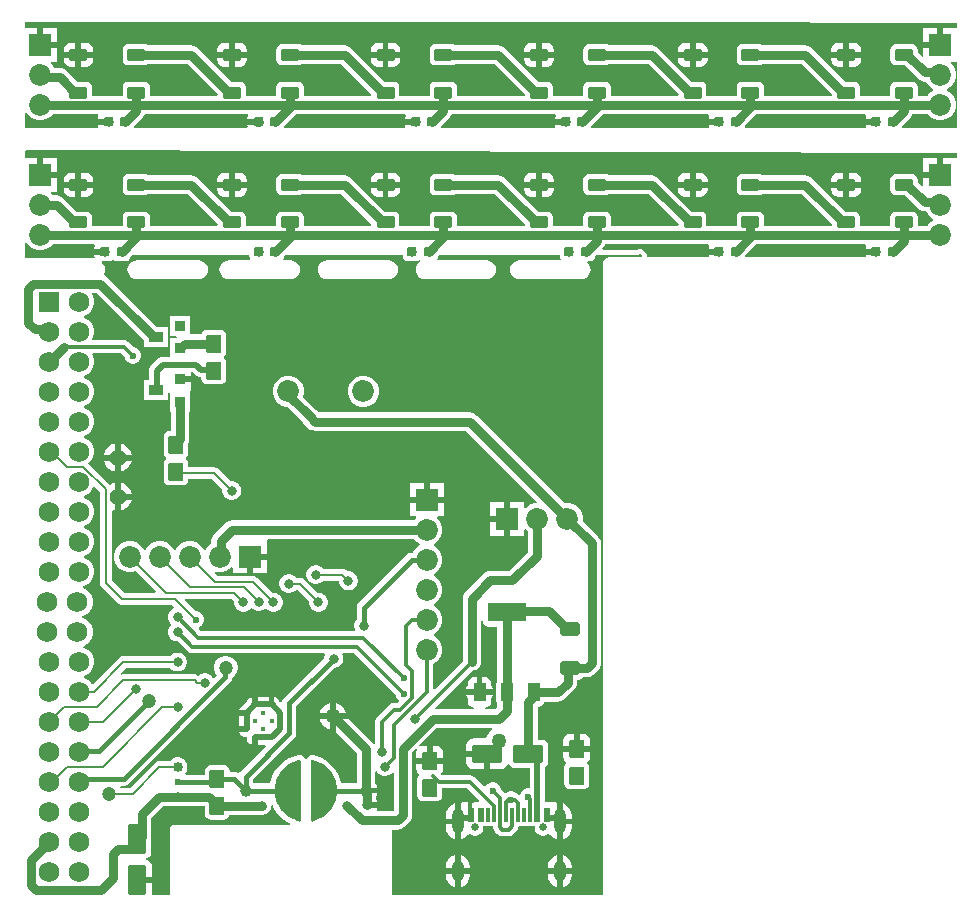
<source format=gbr>
%TF.GenerationSoftware,Altium Limited,Altium Designer,24.0.1 (36)*%
G04 Layer_Physical_Order=1*
G04 Layer_Color=255*
%FSLAX45Y45*%
%MOMM*%
%TF.SameCoordinates,E2561F4A-6B88-4173-B20F-5EBD6E3589F9*%
%TF.FilePolarity,Positive*%
%TF.FileFunction,Copper,L1,Top,Signal*%
%TF.Part,Single*%
G01*
G75*
%TA.AperFunction,Conductor*%
%ADD10C,0.25400*%
%TA.AperFunction,SMDPad,CuDef*%
G04:AMPARAMS|DCode=11|XSize=1.60429mm|YSize=0.95213mm|CornerRadius=0.07141mm|HoleSize=0mm|Usage=FLASHONLY|Rotation=90.000|XOffset=0mm|YOffset=0mm|HoleType=Round|Shape=RoundedRectangle|*
%AMROUNDEDRECTD11*
21,1,1.60429,0.80931,0,0,90.0*
21,1,1.46148,0.95213,0,0,90.0*
1,1,0.14282,0.40466,0.73074*
1,1,0.14282,0.40466,-0.73074*
1,1,0.14282,-0.40466,-0.73074*
1,1,0.14282,-0.40466,0.73074*
%
%ADD11ROUNDEDRECTD11*%
G04:AMPARAMS|DCode=12|XSize=1.60429mm|YSize=3.26213mm|CornerRadius=0.12032mm|HoleSize=0mm|Usage=FLASHONLY|Rotation=90.000|XOffset=0mm|YOffset=0mm|HoleType=Round|Shape=RoundedRectangle|*
%AMROUNDEDRECTD12*
21,1,1.60429,3.02149,0,0,90.0*
21,1,1.36365,3.26213,0,0,90.0*
1,1,0.24064,1.51074,0.68182*
1,1,0.24064,1.51074,-0.68182*
1,1,0.24064,-1.51074,-0.68182*
1,1,0.24064,-1.51074,0.68182*
%
%ADD12ROUNDEDRECTD12*%
%ADD13C,1.00000*%
G04:AMPARAMS|DCode=14|XSize=1.524mm|YSize=1.27mm|CornerRadius=0.09525mm|HoleSize=0mm|Usage=FLASHONLY|Rotation=270.000|XOffset=0mm|YOffset=0mm|HoleType=Round|Shape=RoundedRectangle|*
%AMROUNDEDRECTD14*
21,1,1.52400,1.07950,0,0,270.0*
21,1,1.33350,1.27000,0,0,270.0*
1,1,0.19050,-0.53975,-0.66675*
1,1,0.19050,-0.53975,0.66675*
1,1,0.19050,0.53975,0.66675*
1,1,0.19050,0.53975,-0.66675*
%
%ADD14ROUNDEDRECTD14*%
%ADD15R,1.27000X0.91440*%
%ADD16R,0.91440X0.91440*%
G04:AMPARAMS|DCode=17|XSize=0.762mm|YSize=0.762mm|CornerRadius=0.0381mm|HoleSize=0mm|Usage=FLASHONLY|Rotation=0.000|XOffset=0mm|YOffset=0mm|HoleType=Round|Shape=RoundedRectangle|*
%AMROUNDEDRECTD17*
21,1,0.76200,0.68580,0,0,0.0*
21,1,0.68580,0.76200,0,0,0.0*
1,1,0.07620,0.34290,-0.34290*
1,1,0.07620,-0.34290,-0.34290*
1,1,0.07620,-0.34290,0.34290*
1,1,0.07620,0.34290,0.34290*
%
%ADD17ROUNDEDRECTD17*%
G04:AMPARAMS|DCode=18|XSize=1mm|YSize=1.5mm|CornerRadius=0.075mm|HoleSize=0mm|Usage=FLASHONLY|Rotation=90.000|XOffset=0mm|YOffset=0mm|HoleType=Round|Shape=RoundedRectangle|*
%AMROUNDEDRECTD18*
21,1,1.00000,1.35000,0,0,90.0*
21,1,0.85000,1.50000,0,0,90.0*
1,1,0.15000,0.67500,0.42500*
1,1,0.15000,0.67500,-0.42500*
1,1,0.15000,-0.67500,-0.42500*
1,1,0.15000,-0.67500,0.42500*
%
%ADD18ROUNDEDRECTD18*%
%TA.AperFunction,ConnectorPad*%
%ADD19R,0.30000X1.15000*%
%ADD20R,0.60000X1.15000*%
%TA.AperFunction,SMDPad,CuDef*%
G04:AMPARAMS|DCode=21|XSize=1.14mm|YSize=1.63mm|CornerRadius=0.1425mm|HoleSize=0mm|Usage=FLASHONLY|Rotation=90.000|XOffset=0mm|YOffset=0mm|HoleType=Round|Shape=RoundedRectangle|*
%AMROUNDEDRECTD21*
21,1,1.14000,1.34500,0,0,90.0*
21,1,0.85500,1.63000,0,0,90.0*
1,1,0.28500,0.67250,0.42750*
1,1,0.28500,0.67250,-0.42750*
1,1,0.28500,-0.67250,-0.42750*
1,1,0.28500,-0.67250,0.42750*
%
%ADD21ROUNDEDRECTD21*%
G04:AMPARAMS|DCode=22|XSize=2.5mm|YSize=1.6mm|CornerRadius=0.12mm|HoleSize=0mm|Usage=FLASHONLY|Rotation=270.000|XOffset=0mm|YOffset=0mm|HoleType=Round|Shape=RoundedRectangle|*
%AMROUNDEDRECTD22*
21,1,2.50000,1.36000,0,0,270.0*
21,1,2.26000,1.60000,0,0,270.0*
1,1,0.24000,-0.68000,-1.13000*
1,1,0.24000,-0.68000,1.13000*
1,1,0.24000,0.68000,1.13000*
1,1,0.24000,0.68000,-1.13000*
%
%ADD22ROUNDEDRECTD22*%
G04:AMPARAMS|DCode=23|XSize=2.5mm|YSize=1.6mm|CornerRadius=0.12mm|HoleSize=0mm|Usage=FLASHONLY|Rotation=180.000|XOffset=0mm|YOffset=0mm|HoleType=Round|Shape=RoundedRectangle|*
%AMROUNDEDRECTD23*
21,1,2.50000,1.36000,0,0,180.0*
21,1,2.26000,1.60000,0,0,180.0*
1,1,0.24000,-1.13000,0.68000*
1,1,0.24000,1.13000,0.68000*
1,1,0.24000,1.13000,-0.68000*
1,1,0.24000,-1.13000,-0.68000*
%
%ADD23ROUNDEDRECTD23*%
%TA.AperFunction,Conductor*%
%ADD24C,0.40000*%
%ADD25C,0.50000*%
%ADD26C,0.75000*%
%ADD27C,0.30000*%
%ADD28C,0.20000*%
%TA.AperFunction,ComponentPad*%
%ADD29C,0.40000*%
%ADD30C,1.85000*%
%ADD31R,1.85000X1.85000*%
%ADD32R,1.85000X1.85000*%
%ADD33C,1.75001*%
%ADD34R,1.75001X1.75001*%
%ADD35C,0.65000*%
%ADD36O,1.00000X2.10000*%
%ADD37O,1.00000X1.80000*%
%TA.AperFunction,ViaPad*%
%ADD38C,1.40000*%
%ADD39C,0.80000*%
%ADD40C,1.27000*%
%ADD41C,0.60000*%
%ADD42C,1.20000*%
%ADD43C,0.85000*%
G36*
X7946268Y7440010D02*
Y7407639D01*
X7942499Y7396500D01*
X7825000D01*
Y7254000D01*
X7800000D01*
Y7229000D01*
X7657500D01*
Y7159641D01*
X7645767Y7154781D01*
X7610931Y7189617D01*
Y7212500D01*
X7607244Y7231034D01*
X7596746Y7246745D01*
X7581034Y7257244D01*
X7562500Y7260931D01*
X7427501D01*
X7408967Y7257244D01*
X7393255Y7246745D01*
X7382756Y7231034D01*
X7379070Y7212500D01*
Y7127500D01*
X7382756Y7108967D01*
X7393255Y7093255D01*
X7408967Y7082756D01*
X7427501Y7079070D01*
X7500383D01*
X7613679Y6965774D01*
X7629868Y6953351D01*
X7648721Y6945542D01*
X7668953Y6942879D01*
X7679981D01*
X7693974Y6918643D01*
X7718643Y6893974D01*
X7742271Y6880332D01*
Y6865667D01*
X7718643Y6852026D01*
X7693974Y6827357D01*
X7690112Y6820669D01*
X7610931D01*
Y6892500D01*
X7607244Y6911034D01*
X7596746Y6926746D01*
X7581034Y6937244D01*
X7562500Y6940931D01*
X7427501D01*
X7408967Y6937244D01*
X7393255Y6926746D01*
X7382756Y6911034D01*
X7379070Y6892500D01*
Y6820669D01*
X7120931D01*
Y6892500D01*
X7117244Y6911034D01*
X7106746Y6926746D01*
X7091034Y6937244D01*
X7072500Y6940931D01*
X6999617D01*
X6715274Y7225274D01*
X6699085Y7237696D01*
X6680232Y7245505D01*
X6660000Y7248169D01*
X6294615D01*
X6281034Y7257244D01*
X6262500Y7260931D01*
X6127501D01*
X6108967Y7257244D01*
X6093255Y7246745D01*
X6082756Y7231034D01*
X6079070Y7212500D01*
Y7127500D01*
X6082756Y7108967D01*
X6093255Y7093255D01*
X6108967Y7082756D01*
X6127501Y7079070D01*
X6262500D01*
X6281034Y7082756D01*
X6294615Y7091831D01*
X6627622D01*
X6886084Y6833369D01*
X6881862Y6820669D01*
X6310931D01*
Y6892500D01*
X6307244Y6911034D01*
X6296746Y6926746D01*
X6281034Y6937244D01*
X6262500Y6940931D01*
X6127501D01*
X6108967Y6937244D01*
X6093255Y6926746D01*
X6082756Y6911034D01*
X6079070Y6892500D01*
Y6820669D01*
X5820931D01*
Y6892500D01*
X5817244Y6911034D01*
X5806746Y6926746D01*
X5791034Y6937244D01*
X5772500Y6940931D01*
X5699617D01*
X5415274Y7225274D01*
X5399085Y7237696D01*
X5380232Y7245505D01*
X5360000Y7248169D01*
X4994615D01*
X4981034Y7257244D01*
X4962500Y7260931D01*
X4827501D01*
X4808967Y7257244D01*
X4793255Y7246745D01*
X4782756Y7231034D01*
X4779070Y7212500D01*
Y7127500D01*
X4782756Y7108967D01*
X4793255Y7093255D01*
X4808967Y7082756D01*
X4827501Y7079070D01*
X4962500D01*
X4981034Y7082756D01*
X4994615Y7091831D01*
X5327622D01*
X5586084Y6833369D01*
X5581862Y6820669D01*
X5010931D01*
Y6892500D01*
X5007244Y6911034D01*
X4996746Y6926746D01*
X4981034Y6937244D01*
X4962500Y6940931D01*
X4827501D01*
X4808967Y6937244D01*
X4793255Y6926746D01*
X4782756Y6911034D01*
X4779070Y6892500D01*
Y6820669D01*
X4520931D01*
Y6892500D01*
X4517244Y6911034D01*
X4506746Y6926746D01*
X4491034Y6937244D01*
X4472500Y6940931D01*
X4399617D01*
X4115274Y7225274D01*
X4099085Y7237696D01*
X4080232Y7245505D01*
X4060001Y7248169D01*
X3694615D01*
X3681034Y7257244D01*
X3662500Y7260931D01*
X3527500D01*
X3508967Y7257244D01*
X3493255Y7246745D01*
X3482756Y7231034D01*
X3479070Y7212500D01*
Y7127500D01*
X3482756Y7108967D01*
X3493255Y7093255D01*
X3508967Y7082756D01*
X3527500Y7079070D01*
X3662500D01*
X3681034Y7082756D01*
X3694615Y7091831D01*
X4027622D01*
X4286084Y6833369D01*
X4281862Y6820669D01*
X3710931D01*
Y6892500D01*
X3707244Y6911034D01*
X3696745Y6926746D01*
X3681034Y6937244D01*
X3662500Y6940931D01*
X3527500D01*
X3508967Y6937244D01*
X3493255Y6926746D01*
X3482756Y6911034D01*
X3479070Y6892500D01*
Y6820669D01*
X3220931D01*
Y6892500D01*
X3217244Y6911034D01*
X3206745Y6926746D01*
X3191033Y6937244D01*
X3172500Y6940931D01*
X3099617D01*
X2815274Y7225274D01*
X2799085Y7237696D01*
X2788041Y7242271D01*
X2780232Y7245505D01*
X2760000Y7248169D01*
X2394615D01*
X2381034Y7257244D01*
X2362500Y7260931D01*
X2227500D01*
X2208967Y7257244D01*
X2193255Y7246745D01*
X2182756Y7231034D01*
X2179070Y7212500D01*
Y7127500D01*
X2182756Y7108967D01*
X2193255Y7093255D01*
X2208967Y7082756D01*
X2227500Y7079070D01*
X2362500D01*
X2381034Y7082756D01*
X2394615Y7091831D01*
X2727622D01*
X2986084Y6833369D01*
X2981862Y6820669D01*
X2410931D01*
Y6892500D01*
X2407244Y6911034D01*
X2396746Y6926746D01*
X2381034Y6937244D01*
X2362500Y6940931D01*
X2227500D01*
X2208967Y6937244D01*
X2193255Y6926746D01*
X2182756Y6911034D01*
X2179070Y6892500D01*
Y6820669D01*
X1920931D01*
Y6892500D01*
X1917244Y6911034D01*
X1906745Y6926746D01*
X1891034Y6937244D01*
X1872500Y6940931D01*
X1799617D01*
X1515274Y7225274D01*
X1499085Y7237696D01*
X1488041Y7242271D01*
X1480232Y7245505D01*
X1460000Y7248169D01*
X1094615D01*
X1081034Y7257244D01*
X1062500Y7260931D01*
X927501D01*
X908967Y7257244D01*
X893255Y7246745D01*
X882756Y7231034D01*
X879070Y7212500D01*
Y7127500D01*
X882756Y7108967D01*
X893255Y7093255D01*
X908967Y7082756D01*
X927501Y7079070D01*
X1062500D01*
X1081034Y7082756D01*
X1094615Y7091831D01*
X1427622D01*
X1686084Y6833369D01*
X1681862Y6820669D01*
X1110931D01*
Y6892500D01*
X1107244Y6911034D01*
X1096746Y6926746D01*
X1081034Y6937244D01*
X1062500Y6940931D01*
X927501D01*
X908967Y6937244D01*
X893255Y6926746D01*
X882756Y6911034D01*
X879070Y6892500D01*
Y6820669D01*
X620931D01*
Y6892500D01*
X617244Y6911034D01*
X606746Y6926746D01*
X591034Y6937244D01*
X572500Y6940931D01*
X499617D01*
X406322Y7034226D01*
X390133Y7046649D01*
X379089Y7051223D01*
X371280Y7054458D01*
X351048Y7057121D01*
X300018D01*
X286026Y7081357D01*
X268583Y7098800D01*
X273843Y7111500D01*
X322500D01*
Y7229000D01*
X180000D01*
Y7254000D01*
X155000D01*
Y7396500D01*
X53732D01*
Y7446268D01*
X5468085D01*
X7946268Y7440010D01*
D02*
G37*
G36*
X7942499Y7111500D02*
X7946268Y7100361D01*
Y6550000D01*
X7485843D01*
X7477786Y6559817D01*
X7478958Y6565710D01*
Y6568411D01*
X7550273Y6639726D01*
X7550274Y6639727D01*
X7562696Y6655916D01*
X7566182Y6664331D01*
X7694286D01*
X7718643Y6639974D01*
X7748857Y6622530D01*
X7782556Y6613500D01*
X7817444D01*
X7851143Y6622530D01*
X7881357Y6639974D01*
X7906026Y6664643D01*
X7923470Y6694857D01*
X7932500Y6728556D01*
Y6763444D01*
X7923470Y6797143D01*
X7906026Y6827357D01*
X7881357Y6852026D01*
X7857729Y6865667D01*
Y6880332D01*
X7881357Y6893974D01*
X7906026Y6918643D01*
X7923470Y6948857D01*
X7932500Y6982556D01*
Y7017444D01*
X7923470Y7051143D01*
X7906026Y7081357D01*
X7888583Y7098800D01*
X7893843Y7111500D01*
X7942499D01*
D02*
G37*
G36*
X7174596Y6651631D02*
X7171146Y6634290D01*
Y6625000D01*
X7260300D01*
Y6575000D01*
X7171146D01*
Y6565710D01*
X7172318Y6559817D01*
X7164262Y6550000D01*
X6155693D01*
X6147636Y6559817D01*
X6148808Y6565710D01*
Y6568411D01*
X6244728Y6664331D01*
X7167255D01*
X7174596Y6651631D01*
D02*
G37*
G36*
X5844445D02*
X5840996Y6634290D01*
Y6625000D01*
X5930000D01*
Y6575000D01*
X5840996D01*
Y6565710D01*
X5842168Y6559817D01*
X5834111Y6550000D01*
X4855693D01*
X4847636Y6559817D01*
X4848808Y6565710D01*
Y6568411D01*
X4944728Y6664331D01*
X5837105D01*
X5844445Y6651631D01*
D02*
G37*
G36*
X4544445D02*
X4540996Y6634290D01*
Y6625000D01*
X4630150D01*
Y6575000D01*
X4540996D01*
Y6565710D01*
X4542168Y6559817D01*
X4534111Y6550000D01*
X3585843D01*
X3577786Y6559817D01*
X3578958Y6565710D01*
Y6568411D01*
X3650273Y6639726D01*
X3650274Y6639727D01*
X3662696Y6655916D01*
X3666182Y6664331D01*
X4537105D01*
X4544445Y6651631D01*
D02*
G37*
G36*
X3274595D02*
X3271146Y6634290D01*
Y6625000D01*
X3360300D01*
Y6575000D01*
X3271146D01*
Y6565710D01*
X3272318Y6559817D01*
X3264261Y6550000D01*
X2255693D01*
X2247636Y6559817D01*
X2248808Y6565710D01*
Y6568411D01*
X2344729Y6664331D01*
X3267255D01*
X3274595Y6651631D01*
D02*
G37*
G36*
X1944445D02*
X1943688Y6647823D01*
X1936134Y6634739D01*
X1933524Y6625000D01*
X2020000D01*
Y6575000D01*
X1933524D01*
X1936134Y6565261D01*
X1937612Y6562700D01*
X1930280Y6550000D01*
X985843D01*
X977786Y6559817D01*
X978958Y6565710D01*
Y6568411D01*
X1050273Y6639726D01*
X1050274Y6639727D01*
X1062696Y6655916D01*
X1066182Y6664331D01*
X1937105D01*
X1944445Y6651631D01*
D02*
G37*
G36*
X73974Y6664643D02*
X98643Y6639974D01*
X128857Y6622530D01*
X162556Y6613500D01*
X197444D01*
X231143Y6622530D01*
X261357Y6639974D01*
X286026Y6664643D01*
X287867Y6667831D01*
X388326D01*
X390345Y6666995D01*
X410577Y6664331D01*
X667255D01*
X674596Y6651631D01*
X671146Y6634290D01*
Y6625000D01*
X760300D01*
Y6575000D01*
X671146D01*
Y6565710D01*
X672318Y6559817D01*
X664262Y6550000D01*
X53732D01*
Y6674302D01*
X66432Y6677705D01*
X73974Y6664643D01*
D02*
G37*
G36*
X7946268Y6340009D02*
Y6307639D01*
X7942499Y6296500D01*
X7825000D01*
Y6154000D01*
X7800000D01*
Y6129000D01*
X7657500D01*
Y6059641D01*
X7645767Y6054781D01*
X7610931Y6089617D01*
Y6112500D01*
X7607244Y6131033D01*
X7596746Y6146745D01*
X7581034Y6157244D01*
X7562500Y6160931D01*
X7427501D01*
X7408967Y6157244D01*
X7393255Y6146745D01*
X7382756Y6131033D01*
X7379070Y6112500D01*
Y6027500D01*
X7382756Y6008967D01*
X7393255Y5993255D01*
X7408967Y5982756D01*
X7427501Y5979070D01*
X7500383D01*
X7613679Y5865774D01*
X7629868Y5853351D01*
X7648721Y5845542D01*
X7668953Y5842879D01*
X7679981D01*
X7693974Y5818643D01*
X7718643Y5793974D01*
X7742271Y5780332D01*
Y5765667D01*
X7718643Y5752026D01*
X7693974Y5727357D01*
X7690112Y5720669D01*
X7610931D01*
Y5792500D01*
X7607244Y5811034D01*
X7596746Y5826746D01*
X7581034Y5837244D01*
X7562500Y5840931D01*
X7427501D01*
X7408967Y5837244D01*
X7393255Y5826746D01*
X7382756Y5811034D01*
X7379070Y5792500D01*
Y5720669D01*
X7120931D01*
Y5792500D01*
X7117244Y5811034D01*
X7106746Y5826746D01*
X7091034Y5837244D01*
X7072500Y5840931D01*
X6999617D01*
X6715274Y6125274D01*
X6699085Y6137696D01*
X6680232Y6145505D01*
X6660000Y6148169D01*
X6294615D01*
X6281034Y6157244D01*
X6262500Y6160931D01*
X6127501D01*
X6108967Y6157244D01*
X6093255Y6146745D01*
X6082756Y6131033D01*
X6079070Y6112500D01*
Y6027500D01*
X6082756Y6008967D01*
X6093255Y5993255D01*
X6108967Y5982756D01*
X6127501Y5979070D01*
X6262500D01*
X6281034Y5982756D01*
X6294615Y5991831D01*
X6627622D01*
X6886084Y5733369D01*
X6881862Y5720669D01*
X6310931D01*
Y5792500D01*
X6307244Y5811034D01*
X6296746Y5826746D01*
X6281034Y5837244D01*
X6262500Y5840931D01*
X6127501D01*
X6108967Y5837244D01*
X6093255Y5826746D01*
X6082756Y5811034D01*
X6079070Y5792500D01*
Y5720669D01*
X5820931D01*
Y5792500D01*
X5817244Y5811034D01*
X5806746Y5826746D01*
X5791034Y5837244D01*
X5772500Y5840931D01*
X5699617D01*
X5415274Y6125274D01*
X5399085Y6137696D01*
X5380232Y6145505D01*
X5360000Y6148169D01*
X4994615D01*
X4981034Y6157244D01*
X4962500Y6160931D01*
X4827501D01*
X4808967Y6157244D01*
X4793255Y6146745D01*
X4782756Y6131033D01*
X4779070Y6112500D01*
Y6027500D01*
X4782756Y6008967D01*
X4793255Y5993255D01*
X4808967Y5982756D01*
X4827501Y5979070D01*
X4962500D01*
X4981034Y5982756D01*
X4994615Y5991831D01*
X5327622D01*
X5586084Y5733369D01*
X5581862Y5720669D01*
X5010931D01*
Y5792500D01*
X5007244Y5811034D01*
X4996746Y5826746D01*
X4981034Y5837244D01*
X4962500Y5840931D01*
X4827501D01*
X4808967Y5837244D01*
X4793255Y5826746D01*
X4782756Y5811034D01*
X4779070Y5792500D01*
Y5720669D01*
X4520931D01*
Y5792500D01*
X4517244Y5811034D01*
X4506746Y5826746D01*
X4491034Y5837244D01*
X4472500Y5840931D01*
X4399617D01*
X4115274Y6125274D01*
X4099085Y6137696D01*
X4080232Y6145505D01*
X4060001Y6148169D01*
X3694615D01*
X3681034Y6157244D01*
X3662500Y6160931D01*
X3527500D01*
X3508967Y6157244D01*
X3493255Y6146745D01*
X3482756Y6131033D01*
X3479070Y6112500D01*
Y6027500D01*
X3482756Y6008967D01*
X3493255Y5993255D01*
X3508967Y5982756D01*
X3527500Y5979070D01*
X3662500D01*
X3681034Y5982756D01*
X3694615Y5991831D01*
X4027622D01*
X4286084Y5733369D01*
X4281862Y5720669D01*
X3710931D01*
Y5792500D01*
X3707244Y5811034D01*
X3696745Y5826746D01*
X3681034Y5837244D01*
X3662500Y5840931D01*
X3527500D01*
X3508967Y5837244D01*
X3493255Y5826746D01*
X3482756Y5811034D01*
X3479070Y5792500D01*
Y5720669D01*
X3220931D01*
Y5792500D01*
X3217244Y5811034D01*
X3206745Y5826746D01*
X3191033Y5837244D01*
X3172500Y5840931D01*
X3099617D01*
X2815274Y6125274D01*
X2799085Y6137696D01*
X2788041Y6142271D01*
X2780232Y6145505D01*
X2760000Y6148169D01*
X2394615D01*
X2381034Y6157244D01*
X2362500Y6160931D01*
X2227500D01*
X2208967Y6157244D01*
X2193255Y6146745D01*
X2182756Y6131033D01*
X2179070Y6112500D01*
Y6027500D01*
X2182756Y6008967D01*
X2193255Y5993255D01*
X2208967Y5982756D01*
X2227500Y5979070D01*
X2362500D01*
X2381034Y5982756D01*
X2394615Y5991831D01*
X2727622D01*
X2986084Y5733369D01*
X2981862Y5720669D01*
X2410931D01*
Y5792500D01*
X2407244Y5811034D01*
X2396746Y5826746D01*
X2381034Y5837244D01*
X2362500Y5840931D01*
X2227500D01*
X2208967Y5837244D01*
X2193255Y5826746D01*
X2182756Y5811034D01*
X2179070Y5792500D01*
Y5720669D01*
X1920931D01*
Y5792500D01*
X1917244Y5811034D01*
X1906745Y5826746D01*
X1891034Y5837244D01*
X1872500Y5840931D01*
X1799617D01*
X1515274Y6125274D01*
X1499085Y6137696D01*
X1488041Y6142271D01*
X1480232Y6145505D01*
X1460000Y6148169D01*
X1094615D01*
X1081034Y6157244D01*
X1062500Y6160931D01*
X927501D01*
X908967Y6157244D01*
X893255Y6146745D01*
X882756Y6131033D01*
X879070Y6112500D01*
Y6027500D01*
X882756Y6008967D01*
X893255Y5993255D01*
X908967Y5982756D01*
X927501Y5979070D01*
X1062500D01*
X1081034Y5982756D01*
X1094615Y5991831D01*
X1427622D01*
X1686084Y5733369D01*
X1681862Y5720669D01*
X1110931D01*
Y5792500D01*
X1107244Y5811034D01*
X1096746Y5826746D01*
X1081034Y5837244D01*
X1062500Y5840931D01*
X927501D01*
X908967Y5837244D01*
X893255Y5826746D01*
X882756Y5811034D01*
X879070Y5792500D01*
Y5720669D01*
X620931D01*
Y5792500D01*
X617244Y5811034D01*
X606746Y5826746D01*
X591034Y5837244D01*
X572500Y5840931D01*
X492617D01*
X378274Y5955274D01*
X362085Y5967696D01*
X343232Y5975505D01*
X323000Y5978169D01*
X287867D01*
X286026Y5981357D01*
X268583Y5998800D01*
X273843Y6011500D01*
X322500D01*
Y6129000D01*
X180000D01*
Y6154000D01*
X155000D01*
Y6296500D01*
X53732D01*
Y6350948D01*
X62724Y6359917D01*
X7946268Y6340009D01*
D02*
G37*
G36*
X7174596Y5551631D02*
X7171146Y5534290D01*
Y5525000D01*
X7260300D01*
Y5475000D01*
X7171146D01*
Y5465710D01*
X7171576Y5463550D01*
X7163519Y5453733D01*
X6156436D01*
X6148379Y5463550D01*
X6148808Y5465710D01*
Y5468411D01*
X6244729Y5564331D01*
X7167255D01*
X7174596Y5551631D01*
D02*
G37*
G36*
X5844446D02*
X5840996Y5534290D01*
Y5525000D01*
X5930150D01*
Y5475000D01*
X5840996D01*
Y5465710D01*
X5841426Y5463550D01*
X5833369Y5453733D01*
X5331227D01*
X5321318Y5465465D01*
X5318214Y5481073D01*
X5309373Y5494304D01*
X5309373Y5494304D01*
X5286639Y5517038D01*
X5273408Y5525879D01*
X5257800Y5528984D01*
X5242193Y5525879D01*
X5231873Y5518984D01*
X4946124D01*
X4941264Y5530717D01*
X4950274Y5539727D01*
X4962697Y5555916D01*
X4966182Y5564331D01*
X5837105D01*
X5844446Y5551631D01*
D02*
G37*
G36*
X73974Y5564643D02*
X98643Y5539974D01*
X128857Y5522530D01*
X162556Y5513500D01*
X197444D01*
X231143Y5522530D01*
X261357Y5539974D01*
X285714Y5564331D01*
X637105D01*
X644445Y5551631D01*
X640996Y5534290D01*
Y5525000D01*
X730150D01*
Y5475000D01*
X640996D01*
Y5465710D01*
X642168Y5459817D01*
X634111Y5450000D01*
X53732D01*
Y5574302D01*
X66432Y5577705D01*
X73974Y5564643D01*
D02*
G37*
G36*
X5280535Y5465466D02*
X5275674Y5453733D01*
X5000000D01*
X4979437Y5449642D01*
X4962005Y5437995D01*
X4950358Y5420563D01*
X4946267Y5400000D01*
Y53732D01*
X3160783D01*
Y608331D01*
X3207266D01*
X3227497Y610995D01*
X3235306Y614229D01*
X3246350Y618804D01*
X3262540Y631226D01*
X3306474Y675160D01*
X3318896Y691350D01*
X3326705Y710203D01*
X3329369Y730434D01*
Y1263021D01*
X3363403Y1297056D01*
X3373268Y1288960D01*
X3369754Y1283701D01*
X3365134Y1260475D01*
Y1218800D01*
X3454800D01*
Y1321166D01*
X3425825D01*
X3402599Y1316546D01*
X3397340Y1313032D01*
X3389244Y1322897D01*
X3537579Y1471231D01*
X4010258D01*
X4013661Y1458531D01*
X4000310Y1450823D01*
X3979177Y1429691D01*
X3964235Y1403809D01*
X3958181Y1381214D01*
X3852000D01*
X3827809Y1376402D01*
X3807301Y1362699D01*
X3793598Y1342191D01*
X3788786Y1318000D01*
Y1275000D01*
X3965001D01*
Y1250000D01*
X3990001D01*
Y1118786D01*
X4078000D01*
X4102191Y1123598D01*
X4122700Y1137301D01*
X4136403Y1157809D01*
X4138624Y1168974D01*
X4151572D01*
X4153017Y1161711D01*
X4164510Y1144510D01*
X4181711Y1133017D01*
X4202000Y1128981D01*
X4324439D01*
Y959172D01*
X4324216Y959000D01*
X4305785D01*
X4287981Y954229D01*
X4272019Y945014D01*
X4258986Y931981D01*
X4249771Y916019D01*
X4248482Y911210D01*
X4246239Y909425D01*
X4234003Y906243D01*
X4220286Y915409D01*
X4217290Y916005D01*
X4213681Y919614D01*
X4197719Y928829D01*
X4179916Y933600D01*
X4161484D01*
X4143681Y928829D01*
X4127719Y919614D01*
X4123320Y918954D01*
X4112842Y919463D01*
X4083167Y949139D01*
X4078429Y966819D01*
X4069214Y982781D01*
X4056181Y995814D01*
X4040219Y1005029D01*
X4022416Y1009800D01*
X4003984D01*
X3986181Y1005029D01*
X3970219Y995814D01*
X3957186Y982781D01*
X3953938Y977155D01*
X3938067Y975065D01*
X3858354Y1054778D01*
X3840161Y1066934D01*
X3818701Y1071202D01*
X3584769D01*
X3576514Y1082425D01*
X3576690Y1084210D01*
X3589846Y1103899D01*
X3594466Y1127125D01*
Y1168800D01*
X3479800D01*
X3365134D01*
Y1127125D01*
X3369754Y1103899D01*
X3382910Y1084210D01*
X3390119Y1079393D01*
Y1067580D01*
X3379174Y1051199D01*
X3375330Y1031875D01*
Y898525D01*
X3379174Y879201D01*
X3390119Y862819D01*
X3406501Y851874D01*
X3425825Y848030D01*
X3533775D01*
X3553099Y851874D01*
X3569481Y862819D01*
X3580426Y879201D01*
X3584270Y898525D01*
Y959048D01*
X3795473D01*
X3894628Y859892D01*
X3897347Y855823D01*
X3897471Y855700D01*
X3892210Y843000D01*
X3855000D01*
Y833005D01*
X3839995D01*
Y735500D01*
X3805000D01*
Y843000D01*
X3750000D01*
Y840571D01*
X3743000Y835473D01*
Y678000D01*
Y525428D01*
X3744105Y525574D01*
X3768432Y535650D01*
X3789321Y551679D01*
X3801264Y567244D01*
X3815619Y569830D01*
X3817729Y569267D01*
X3833016Y560441D01*
X3851455Y555500D01*
X3870545D01*
X3888984Y560441D01*
X3905516Y569986D01*
X3919015Y583484D01*
X3928559Y600016D01*
X3933500Y618455D01*
Y637545D01*
X3933850Y638000D01*
X4018923D01*
Y627174D01*
X4023191Y605714D01*
X4035347Y587521D01*
X4052921Y569947D01*
X4071114Y557791D01*
X4092574Y553523D01*
X4148026D01*
X4169486Y557791D01*
X4187679Y569947D01*
X4214653Y596921D01*
X4226809Y615114D01*
X4231077Y636574D01*
Y638000D01*
X4366151D01*
X4366500Y637545D01*
Y618455D01*
X4371441Y600016D01*
X4380986Y583484D01*
X4394484Y569986D01*
X4411016Y560441D01*
X4429455Y555500D01*
X4448545D01*
X4466984Y560441D01*
X4482271Y569267D01*
X4484381Y569830D01*
X4498736Y567244D01*
X4510679Y551679D01*
X4531569Y535650D01*
X4555895Y525574D01*
X4557000Y525428D01*
Y678000D01*
Y835473D01*
X4550000Y840571D01*
Y843000D01*
X4455561D01*
Y1137876D01*
X4465490Y1144510D01*
X4476983Y1161711D01*
X4481019Y1182000D01*
Y1318000D01*
X4476983Y1338289D01*
X4465490Y1355490D01*
X4448289Y1366983D01*
X4428000Y1371019D01*
X4393169D01*
Y1649362D01*
X4399466D01*
X4417859Y1653021D01*
X4433452Y1663440D01*
X4443871Y1679033D01*
X4446517Y1692331D01*
X4564500D01*
X4584732Y1694995D01*
X4592541Y1698230D01*
X4603585Y1702804D01*
X4619774Y1715226D01*
X4703474Y1798926D01*
X4715896Y1815116D01*
X4723705Y1833968D01*
X4725037Y1844084D01*
X4726369Y1854200D01*
X4726369Y1854202D01*
Y1877938D01*
X4737250D01*
X4758417Y1882148D01*
X4776362Y1894138D01*
X4778830Y1897831D01*
X4807466D01*
X4827697Y1900495D01*
X4835506Y1903729D01*
X4846550Y1908304D01*
X4862740Y1920726D01*
X4906674Y1964661D01*
X4919096Y1980850D01*
X4926905Y1999703D01*
X4929569Y2019934D01*
Y3032600D01*
X4926905Y3052832D01*
X4919096Y3071685D01*
X4906674Y3087874D01*
X4775547Y3219000D01*
X4776500Y3222556D01*
Y3257444D01*
X4767470Y3291143D01*
X4750026Y3321357D01*
X4725357Y3346026D01*
X4695143Y3363470D01*
X4661444Y3372500D01*
X4626556D01*
X4623000Y3371547D01*
X3875274Y4119274D01*
X3859085Y4131696D01*
X3848041Y4136271D01*
X3840232Y4139505D01*
X3820000Y4142169D01*
X2540113D01*
X2522372Y4159910D01*
X2519074Y4164208D01*
X2407757Y4275525D01*
X2415000Y4302556D01*
Y4337444D01*
X2405970Y4371143D01*
X2388526Y4401357D01*
X2363857Y4426026D01*
X2333643Y4443470D01*
X2299944Y4452500D01*
X2265056D01*
X2231357Y4443470D01*
X2201143Y4426026D01*
X2176474Y4401357D01*
X2159030Y4371143D01*
X2150000Y4337444D01*
Y4302556D01*
X2159030Y4268857D01*
X2176474Y4238643D01*
X2201143Y4213974D01*
X2231357Y4196530D01*
X2265056Y4187500D01*
X2274687D01*
X2405228Y4056959D01*
X2408526Y4052660D01*
X2452460Y4008726D01*
X2468650Y3996304D01*
X2487503Y3988495D01*
X2507734Y3985831D01*
X3787622D01*
X4389220Y3384233D01*
X4384359Y3372500D01*
X4372556D01*
X4338857Y3363470D01*
X4308643Y3346026D01*
X4291200Y3328583D01*
X4278500Y3333843D01*
Y3382500D01*
X4161000D01*
Y3240000D01*
Y3097500D01*
X4278500D01*
Y3146157D01*
X4291200Y3151417D01*
X4308643Y3133974D01*
X4311831Y3132133D01*
Y2962379D01*
X4147621Y2798169D01*
X3990002D01*
X3990000Y2798169D01*
X3979884Y2796837D01*
X3969768Y2795505D01*
X3950916Y2787696D01*
X3934726Y2775274D01*
X3780126Y2620674D01*
X3767704Y2604485D01*
X3759895Y2585632D01*
X3757231Y2565400D01*
Y2033137D01*
X3522211Y1798116D01*
X3510477Y1802976D01*
Y2012979D01*
X3535757Y2027574D01*
X3560426Y2052243D01*
X3577870Y2082457D01*
X3586900Y2116156D01*
Y2151044D01*
X3577870Y2184743D01*
X3560426Y2214957D01*
X3535757Y2239626D01*
X3512129Y2253268D01*
Y2267932D01*
X3535757Y2281574D01*
X3560426Y2306243D01*
X3577870Y2336457D01*
X3586900Y2370156D01*
Y2405044D01*
X3577870Y2438743D01*
X3560426Y2468957D01*
X3535757Y2493626D01*
X3512129Y2507268D01*
Y2521932D01*
X3535757Y2535574D01*
X3560426Y2560243D01*
X3577870Y2590457D01*
X3586900Y2624156D01*
Y2659044D01*
X3577870Y2692743D01*
X3560426Y2722957D01*
X3535757Y2747626D01*
X3512129Y2761268D01*
Y2775932D01*
X3535757Y2789574D01*
X3560426Y2814243D01*
X3577870Y2844457D01*
X3586900Y2878156D01*
Y2913044D01*
X3577870Y2946743D01*
X3560426Y2976957D01*
X3535757Y3001626D01*
X3512129Y3015268D01*
Y3029932D01*
X3535757Y3043574D01*
X3560426Y3068243D01*
X3577870Y3098457D01*
X3586900Y3132156D01*
Y3167044D01*
X3577870Y3200743D01*
X3560426Y3230957D01*
X3542983Y3248400D01*
X3548243Y3261100D01*
X3596900D01*
Y3378600D01*
X3454400D01*
X3311900D01*
Y3261100D01*
X3360557D01*
X3365817Y3248400D01*
X3348374Y3230957D01*
X3346533Y3227769D01*
X1803400D01*
X1783168Y3225105D01*
X1764315Y3217296D01*
X1748126Y3204874D01*
X1652983Y3109730D01*
X1640560Y3093541D01*
X1632751Y3074688D01*
X1630088Y3054457D01*
Y3032595D01*
X1620443Y3027026D01*
X1595774Y3002357D01*
X1582132Y2978729D01*
X1567468D01*
X1553826Y3002357D01*
X1529157Y3027026D01*
X1498943Y3044470D01*
X1465244Y3053500D01*
X1430356D01*
X1396657Y3044470D01*
X1366443Y3027026D01*
X1341774Y3002357D01*
X1328132Y2978729D01*
X1313468D01*
X1299826Y3002357D01*
X1275157Y3027026D01*
X1244943Y3044470D01*
X1211244Y3053500D01*
X1176356D01*
X1142657Y3044470D01*
X1112443Y3027026D01*
X1087774Y3002357D01*
X1074132Y2978729D01*
X1059468D01*
X1045826Y3002357D01*
X1021157Y3027026D01*
X990943Y3044470D01*
X957244Y3053500D01*
X922356D01*
X888657Y3044470D01*
X858443Y3027026D01*
X833774Y3002357D01*
X816330Y2972143D01*
X807300Y2938444D01*
Y2903556D01*
X816330Y2869857D01*
X833774Y2839643D01*
X858443Y2814974D01*
X888657Y2797530D01*
X922356Y2788500D01*
X957244D01*
X990943Y2797530D01*
X991090Y2797614D01*
X1160591Y2628113D01*
X1155731Y2616380D01*
X891032D01*
X787580Y2719832D01*
Y3305690D01*
X800280Y3314928D01*
X813200Y3311466D01*
Y3429000D01*
Y3546534D01*
X791882Y3540822D01*
X771317Y3528949D01*
X588290Y3711977D01*
X608026Y3731713D01*
X624811Y3760787D01*
X633500Y3793214D01*
Y3826786D01*
X624811Y3859213D01*
X608026Y3888287D01*
X584287Y3912026D01*
X555213Y3928811D01*
X548351Y3930650D01*
Y3943350D01*
X555213Y3945189D01*
X584287Y3961974D01*
X608026Y3985713D01*
X624811Y4014787D01*
X633500Y4047214D01*
Y4080786D01*
X624811Y4113213D01*
X608026Y4142287D01*
X584287Y4166026D01*
X555213Y4182811D01*
X548351Y4184650D01*
Y4197350D01*
X555213Y4199189D01*
X584287Y4215974D01*
X608026Y4239713D01*
X624811Y4268787D01*
X633500Y4301214D01*
Y4334786D01*
X624811Y4367213D01*
X608026Y4396287D01*
X584287Y4420026D01*
X555213Y4436811D01*
X548351Y4438650D01*
Y4451350D01*
X555213Y4453189D01*
X584287Y4469974D01*
X608026Y4493713D01*
X624811Y4522787D01*
X633500Y4555214D01*
Y4588786D01*
X624811Y4621213D01*
X618627Y4631924D01*
X624978Y4642923D01*
X865772D01*
X895233Y4613461D01*
X899971Y4595781D01*
X909186Y4579819D01*
X922219Y4566786D01*
X938181Y4557571D01*
X955984Y4552800D01*
X974416D01*
X992219Y4557571D01*
X1008181Y4566786D01*
X1021214Y4579819D01*
X1030429Y4595781D01*
X1035200Y4613584D01*
Y4632016D01*
X1030429Y4649819D01*
X1021214Y4665781D01*
X1008181Y4678814D01*
X992219Y4688029D01*
X974539Y4692767D01*
X928653Y4738653D01*
X910460Y4750809D01*
X889000Y4755077D01*
X624978D01*
X618627Y4766076D01*
X624811Y4776787D01*
X633500Y4809214D01*
Y4842786D01*
X624811Y4875213D01*
X608026Y4904287D01*
X584287Y4928026D01*
X555213Y4944811D01*
X548351Y4946650D01*
Y4959350D01*
X555213Y4961189D01*
X584287Y4977974D01*
X608026Y5001713D01*
X624811Y5030787D01*
X633500Y5063214D01*
Y5096786D01*
X624811Y5129213D01*
X616717Y5143233D01*
X623067Y5154231D01*
X657441D01*
X1056500Y4755173D01*
Y4694280D01*
X1263500D01*
Y4865720D01*
X1167047D01*
X745094Y5287674D01*
X728904Y5300096D01*
X726830Y5300956D01*
X722506Y5316493D01*
X728005Y5329768D01*
X730669Y5350000D01*
X728005Y5370232D01*
X720196Y5389084D01*
X707774Y5405274D01*
X703775Y5408342D01*
X708086Y5421042D01*
X715730D01*
X719618Y5420000D01*
X740682D01*
X744570Y5421042D01*
X764440D01*
X781534Y5424442D01*
X796025Y5434125D01*
X803975D01*
X818466Y5424442D01*
X835560Y5421042D01*
X904140D01*
X921234Y5424442D01*
X935725Y5434125D01*
X945408Y5448616D01*
X948808Y5465710D01*
Y5468411D01*
X958598Y5478200D01*
X1951192D01*
Y5465710D01*
X1954592Y5448616D01*
X1959769Y5440869D01*
X1952980Y5428169D01*
X1777500D01*
X1757269Y5425505D01*
X1738416Y5417696D01*
X1722226Y5405274D01*
X1709804Y5389084D01*
X1701995Y5370232D01*
X1699331Y5350000D01*
X1701995Y5329768D01*
X1709804Y5310915D01*
X1722226Y5294726D01*
X1738416Y5282304D01*
X1757269Y5274495D01*
X1777500Y5271831D01*
X2302500D01*
X2322731Y5274495D01*
X2341584Y5282304D01*
X2357774Y5294726D01*
X2370196Y5310915D01*
X2378005Y5329768D01*
X2380669Y5350000D01*
X2378005Y5370232D01*
X2370196Y5389084D01*
X2357774Y5405274D01*
X2341584Y5417696D01*
X2322731Y5425505D01*
X2302500Y5428169D01*
X2247020D01*
X2240231Y5440869D01*
X2245408Y5448616D01*
X2248808Y5465710D01*
Y5468411D01*
X2258598Y5478200D01*
X3251192D01*
Y5465710D01*
X3254592Y5448616D01*
X3264275Y5434125D01*
X3278766Y5424442D01*
X3295860Y5421042D01*
X3315580D01*
X3319468Y5420000D01*
X3340532D01*
X3344420Y5421042D01*
X3364440D01*
X3381534Y5424442D01*
X3392985Y5432094D01*
X3396401Y5430608D01*
X3398265Y5418662D01*
X3398266Y5417581D01*
X3382226Y5405274D01*
X3369804Y5389084D01*
X3361995Y5370232D01*
X3359331Y5350000D01*
X3361995Y5329768D01*
X3369804Y5310915D01*
X3382226Y5294726D01*
X3398416Y5282304D01*
X3417269Y5274495D01*
X3437500Y5271831D01*
X3962500D01*
X3982731Y5274495D01*
X4001584Y5282304D01*
X4017774Y5294726D01*
X4030196Y5310915D01*
X4038005Y5329768D01*
X4040669Y5350000D01*
X4038005Y5370232D01*
X4030196Y5389084D01*
X4017774Y5405274D01*
X4001584Y5417696D01*
X3982731Y5425505D01*
X3962500Y5428169D01*
X3547020D01*
X3540231Y5440869D01*
X3545408Y5448616D01*
X3548808Y5465710D01*
Y5468411D01*
X3558598Y5478200D01*
X4581342D01*
Y5465710D01*
X4584742Y5448616D01*
X4589919Y5440869D01*
X4583131Y5428169D01*
X4237500D01*
X4217268Y5425505D01*
X4198416Y5417696D01*
X4182226Y5405274D01*
X4169804Y5389084D01*
X4161995Y5370232D01*
X4159331Y5350000D01*
X4161995Y5329768D01*
X4169804Y5310915D01*
X4182226Y5294726D01*
X4198416Y5282304D01*
X4217268Y5274495D01*
X4237500Y5271831D01*
X4762500D01*
X4782731Y5274495D01*
X4801584Y5282304D01*
X4817773Y5294726D01*
X4830196Y5310915D01*
X4838005Y5329768D01*
X4840668Y5350000D01*
X4838005Y5370232D01*
X4830196Y5389084D01*
X4817773Y5405274D01*
X4813775Y5408342D01*
X4818086Y5421042D01*
X4834290D01*
X4851384Y5424442D01*
X4865875Y5434125D01*
X4875558Y5448616D01*
X4878958Y5465710D01*
Y5468411D01*
X4888747Y5478200D01*
X5247800D01*
X5257800Y5488200D01*
X5280535Y5465466D01*
D02*
G37*
G36*
X3348374Y3068243D02*
X3373043Y3043574D01*
X3396671Y3029932D01*
Y3015268D01*
X3373043Y3001626D01*
X3348374Y2976957D01*
X3335528Y2954707D01*
X3325332D01*
X3301921Y2950050D01*
X3282074Y2936789D01*
X2877743Y2532457D01*
X2864481Y2512611D01*
X2859825Y2489200D01*
Y2388762D01*
X2856984Y2385921D01*
X2846452Y2367679D01*
X2841000Y2347332D01*
Y2326268D01*
X2846452Y2305921D01*
X2848557Y2302276D01*
X2842206Y2291277D01*
X1542028D01*
X1523101Y2310204D01*
X1527696Y2323570D01*
X1541581Y2331586D01*
X1554614Y2344619D01*
X1563829Y2360581D01*
X1568600Y2378384D01*
Y2396816D01*
X1563829Y2414619D01*
X1554614Y2430581D01*
X1541581Y2443614D01*
X1525619Y2452829D01*
X1507816Y2457600D01*
X1500696D01*
X1404809Y2553487D01*
X1409669Y2565220D01*
X1799184D01*
X1822500Y2541904D01*
Y2523468D01*
X1827952Y2503121D01*
X1838484Y2484879D01*
X1853379Y2469984D01*
X1871621Y2459452D01*
X1891968Y2454000D01*
X1913032D01*
X1933379Y2459452D01*
X1951621Y2469984D01*
X1966515Y2484879D01*
X1973115Y2485748D01*
X1982879Y2475984D01*
X2001121Y2465452D01*
X2021468Y2460000D01*
X2042532D01*
X2062879Y2465452D01*
X2081121Y2475984D01*
X2090303Y2485166D01*
X2092484Y2484879D01*
X2107379Y2469984D01*
X2125621Y2459452D01*
X2145968Y2454000D01*
X2167032D01*
X2187379Y2459452D01*
X2205621Y2469984D01*
X2220516Y2484879D01*
X2231048Y2503121D01*
X2236500Y2523468D01*
Y2544532D01*
X2231048Y2564879D01*
X2220516Y2583121D01*
X2205621Y2598016D01*
X2187379Y2608548D01*
X2167032Y2614000D01*
X2148596D01*
X2019548Y2743048D01*
X2003009Y2754099D01*
X1983500Y2757979D01*
X1682916D01*
X1658658Y2782238D01*
X1665232Y2793624D01*
X1684356Y2788500D01*
X1719244D01*
X1752943Y2797530D01*
X1783157Y2814974D01*
X1800600Y2832417D01*
X1813300Y2827157D01*
Y2778500D01*
X1930800D01*
Y2921000D01*
X1955800D01*
Y2946000D01*
X2098300D01*
Y3063500D01*
X2107715Y3071431D01*
X3346533D01*
X3348374Y3068243D01*
D02*
G37*
G36*
X685620Y3470454D02*
Y2698716D01*
X689501Y2679207D01*
X700552Y2662668D01*
X833868Y2529352D01*
X850407Y2518301D01*
X869916Y2514420D01*
X1299684D01*
X1318103Y2496001D01*
X1315338Y2485685D01*
X1313154Y2482989D01*
X1295879Y2473016D01*
X1280984Y2458121D01*
X1270452Y2439879D01*
X1265000Y2419532D01*
Y2398468D01*
X1270452Y2378121D01*
X1280984Y2359879D01*
X1295363Y2345500D01*
X1280984Y2331121D01*
X1270452Y2312879D01*
X1265000Y2292532D01*
Y2271468D01*
X1270452Y2251121D01*
X1280984Y2232879D01*
X1295879Y2217984D01*
X1314121Y2207452D01*
X1334468Y2202000D01*
X1345694D01*
X1428347Y2119347D01*
X1446540Y2107191D01*
X1468000Y2102923D01*
X2588206D01*
X2594557Y2091924D01*
X2592452Y2088279D01*
X2587000Y2067932D01*
Y2063915D01*
X2244710Y1721625D01*
X2231449Y1701778D01*
X2229367Y1691311D01*
X2215586Y1687130D01*
X2204590Y1698127D01*
X2196014Y1712981D01*
X2182981Y1726014D01*
X2167019Y1735229D01*
X2165000Y1735770D01*
Y1670000D01*
X2115000D01*
Y1735770D01*
X2114217Y1735561D01*
X2025783D01*
X2025000Y1735770D01*
Y1670000D01*
X1975000D01*
Y1735770D01*
X1972981Y1735229D01*
X1957019Y1726014D01*
X1943986Y1712981D01*
X1935410Y1698126D01*
X1901873Y1664590D01*
X1887019Y1656014D01*
X1873986Y1642981D01*
X1864770Y1627019D01*
X1864229Y1625000D01*
X1930000D01*
Y1575000D01*
X1864229D01*
X1864439Y1574217D01*
Y1485783D01*
X1864229Y1485000D01*
X1930000D01*
Y1435000D01*
X1864229D01*
X1864770Y1432981D01*
X1873986Y1417019D01*
X1887019Y1403986D01*
X1902981Y1394770D01*
X1920784Y1390000D01*
X1930000D01*
Y1380784D01*
X1934770Y1362981D01*
X1943986Y1347019D01*
X1957019Y1333986D01*
X1972981Y1324771D01*
X1975000Y1324230D01*
Y1390000D01*
X2025000D01*
Y1324230D01*
X2025783Y1324439D01*
X2084931D01*
X2089791Y1312706D01*
X1878742Y1101657D01*
X1872908Y1092926D01*
X1855769Y1089615D01*
X1855521Y1089763D01*
X1845411Y1096519D01*
X1822000Y1101175D01*
X1784470D01*
Y1106675D01*
X1780626Y1125999D01*
X1769680Y1142380D01*
X1753299Y1153326D01*
X1733975Y1157170D01*
X1626025D01*
X1606701Y1153326D01*
X1590319Y1142380D01*
X1579374Y1125999D01*
X1575530Y1106675D01*
Y1073175D01*
X1412441D01*
X1407581Y1084909D01*
X1411016Y1088344D01*
X1421878Y1107156D01*
X1427500Y1128139D01*
Y1149861D01*
X1421878Y1170844D01*
X1411016Y1189656D01*
X1395656Y1205016D01*
X1376844Y1215878D01*
X1355861Y1221500D01*
X1334139D01*
X1313156Y1215878D01*
X1294344Y1205016D01*
X1279307Y1189980D01*
X1189800D01*
X1170291Y1186099D01*
X1153752Y1175048D01*
X944084Y965380D01*
X860225D01*
X858986Y967525D01*
X866319Y980225D01*
X889000D01*
X912411Y984881D01*
X932257Y998143D01*
X1789105Y1854990D01*
X1802366Y1874836D01*
X1806776Y1897009D01*
X1814001Y1901180D01*
X1832620Y1919799D01*
X1845785Y1942602D01*
X1852600Y1968035D01*
Y1994365D01*
X1845785Y2019798D01*
X1832620Y2042601D01*
X1814001Y2061220D01*
X1791198Y2074385D01*
X1765765Y2081200D01*
X1739435D01*
X1714002Y2074385D01*
X1691199Y2061220D01*
X1672580Y2042601D01*
X1659415Y2019798D01*
X1652600Y1994365D01*
Y1968035D01*
X1659415Y1942602D01*
X1672580Y1919799D01*
X1676732Y1915647D01*
X1655559Y1894473D01*
X1642967Y1896131D01*
X1638816Y1903321D01*
X1623921Y1918216D01*
X1605679Y1928748D01*
X1585332Y1934200D01*
X1564268D01*
X1543921Y1928748D01*
X1525679Y1918216D01*
X1519995Y1912532D01*
X1508073Y1920499D01*
X1488564Y1924380D01*
X882800D01*
X868615Y1921558D01*
X862358Y1933263D01*
X906117Y1977020D01*
X1282842D01*
X1295879Y1963984D01*
X1314121Y1953452D01*
X1334468Y1948000D01*
X1355532D01*
X1375879Y1953452D01*
X1394121Y1963984D01*
X1409016Y1978879D01*
X1419548Y1997121D01*
X1425000Y2017468D01*
Y2038532D01*
X1419548Y2058879D01*
X1409016Y2077121D01*
X1394121Y2092016D01*
X1375879Y2102548D01*
X1355532Y2108000D01*
X1334468D01*
X1314121Y2102548D01*
X1295879Y2092016D01*
X1282842Y2078980D01*
X885000D01*
X865491Y2075099D01*
X848952Y2064048D01*
X627541Y1842637D01*
X614949Y1844295D01*
X608026Y1856287D01*
X584287Y1880026D01*
X555213Y1896811D01*
X548351Y1898650D01*
Y1911350D01*
X555213Y1913189D01*
X584287Y1929974D01*
X608026Y1953713D01*
X624811Y1982787D01*
X633500Y2015214D01*
Y2048786D01*
X624811Y2081213D01*
X608026Y2110287D01*
X584287Y2134026D01*
X555213Y2150811D01*
X547295Y2152933D01*
X548194Y2165840D01*
X575127Y2181390D01*
X598865Y2205128D01*
X615651Y2234202D01*
X624340Y2266629D01*
Y2300201D01*
X615651Y2332629D01*
X598865Y2361702D01*
X575127Y2385441D01*
X546053Y2402227D01*
X539191Y2404065D01*
Y2416765D01*
X546053Y2418604D01*
X575127Y2435390D01*
X598865Y2459128D01*
X615651Y2488202D01*
X624340Y2520629D01*
Y2554201D01*
X615651Y2586629D01*
X598865Y2615702D01*
X575127Y2639441D01*
X546053Y2656227D01*
X539784Y2657906D01*
Y2671054D01*
X555213Y2675189D01*
X584287Y2691974D01*
X608026Y2715713D01*
X624811Y2744787D01*
X633500Y2777214D01*
Y2810786D01*
X624811Y2843213D01*
X608026Y2872287D01*
X584287Y2896026D01*
X555213Y2912811D01*
X548351Y2914650D01*
Y2927350D01*
X555213Y2929189D01*
X584287Y2945974D01*
X608026Y2969713D01*
X624811Y2998787D01*
X633500Y3031214D01*
Y3064786D01*
X624811Y3097213D01*
X608026Y3126287D01*
X584287Y3150026D01*
X555213Y3166811D01*
X548351Y3168650D01*
Y3181350D01*
X555213Y3183189D01*
X584287Y3199974D01*
X608026Y3223713D01*
X624811Y3252787D01*
X633500Y3285214D01*
Y3318786D01*
X624811Y3351213D01*
X608026Y3380287D01*
X584287Y3404026D01*
X555213Y3420811D01*
X548351Y3422650D01*
Y3435350D01*
X555213Y3437189D01*
X584287Y3453974D01*
X608026Y3477713D01*
X624811Y3506787D01*
X626697Y3513824D01*
X638964Y3517111D01*
X685620Y3470454D01*
D02*
G37*
G36*
X3929913Y2361016D02*
X3941413Y2343805D01*
X3958624Y2332304D01*
X3978926Y2328266D01*
X4051831D01*
Y1871999D01*
X4045129Y1861967D01*
X4041470Y1843574D01*
Y1697426D01*
X4045129Y1679033D01*
X4051831Y1669002D01*
Y1647779D01*
X4031621Y1627569D01*
X3948260D01*
X3947009Y1640269D01*
X3963761Y1643601D01*
X3982662Y1656230D01*
X3995291Y1675131D01*
X3999726Y1697426D01*
Y1721534D01*
X4006765Y1733726D01*
X4011805Y1752536D01*
X3790195D01*
X3795235Y1733726D01*
X3802274Y1721534D01*
Y1697426D01*
X3806709Y1675131D01*
X3819338Y1656230D01*
X3838239Y1643601D01*
X3854991Y1640269D01*
X3853740Y1627569D01*
X3526868D01*
X3522007Y1639302D01*
X3836709Y1954003D01*
X3855632Y1956495D01*
X3874485Y1964304D01*
X3890674Y1976726D01*
X3903096Y1992915D01*
X3910905Y2011768D01*
X3913569Y2032000D01*
Y2378083D01*
X3926269Y2379334D01*
X3929913Y2361016D01*
D02*
G37*
G36*
X3190033Y1750661D02*
X3194771Y1732981D01*
X3203986Y1717019D01*
X3217019Y1703986D01*
X3217934Y1697039D01*
X3202572Y1681677D01*
X3175000D01*
X3153540Y1677409D01*
X3135347Y1665253D01*
X3033747Y1563653D01*
X3021591Y1545460D01*
X3017323Y1524000D01*
Y1336051D01*
X3009457Y1332691D01*
X3004623Y1332483D01*
X2993274Y1347274D01*
X2795547Y1545000D01*
X2685000D01*
Y1434453D01*
X2859831Y1259621D01*
Y1003252D01*
X2857980Y1001401D01*
X2857850Y1001175D01*
X2730728D01*
X2722591Y1035069D01*
X2704117Y1079669D01*
X2678893Y1120831D01*
X2647540Y1157540D01*
X2610831Y1188893D01*
X2569669Y1214117D01*
X2525069Y1232591D01*
X2508850Y1236484D01*
X2506465Y1237058D01*
X2505663Y1237594D01*
X2496542Y1239440D01*
X2496535Y1239409D01*
X2485100Y1241684D01*
X2464538Y1237594D01*
X2447106Y1225946D01*
X2437025Y1210859D01*
X2430972Y1209722D01*
X2429028D01*
X2422975Y1210859D01*
X2412894Y1225946D01*
X2395462Y1237594D01*
X2374900Y1241684D01*
X2363465Y1239409D01*
X2363458Y1239440D01*
X2354337Y1237594D01*
X2353535Y1237058D01*
X2351150Y1236485D01*
X2351121Y1236478D01*
X2334931Y1232591D01*
X2290330Y1214117D01*
X2249169Y1188893D01*
X2212460Y1157540D01*
X2181107Y1120831D01*
X2155883Y1079669D01*
X2137409Y1035069D01*
X2129272Y1001175D01*
X1988103D01*
X1983175Y1006103D01*
Y1033060D01*
X2331225Y1381110D01*
X2344486Y1400957D01*
X2349143Y1424367D01*
Y1653028D01*
X2673515Y1977400D01*
X2677532D01*
X2697879Y1982852D01*
X2716121Y1993384D01*
X2731016Y2008279D01*
X2741548Y2026521D01*
X2747000Y2046868D01*
Y2067932D01*
X2741548Y2088279D01*
X2739443Y2091924D01*
X2745794Y2102923D01*
X2837772D01*
X3190033Y1750661D01*
D02*
G37*
G36*
X3034784Y1093879D02*
X3049679Y1078984D01*
X3067921Y1068452D01*
X3088268Y1063000D01*
X3109332D01*
X3129679Y1068452D01*
X3147921Y1078984D01*
X3160331Y1091394D01*
X3173031Y1087880D01*
Y764669D01*
X3036642D01*
X3029310Y777369D01*
X3033866Y785261D01*
X3036476Y795000D01*
X2950000D01*
Y845000D01*
X3036476D01*
X3033866Y854738D01*
X3027212Y866264D01*
Y894520D01*
X3031185Y901402D01*
X3034829Y915000D01*
X2938000D01*
Y965000D01*
X3034829D01*
X3031185Y978598D01*
X3018020Y1001401D01*
X3016169Y1003252D01*
Y1100722D01*
X3028869Y1104125D01*
X3034784Y1093879D01*
D02*
G37*
G36*
X2155883Y800330D02*
X2181107Y759169D01*
X2212460Y722460D01*
X2249169Y691107D01*
X2290330Y665883D01*
X2299127Y662240D01*
X2296649Y649784D01*
X1320000D01*
X1304393Y646679D01*
X1291162Y637838D01*
X1282321Y624607D01*
X1279216Y609000D01*
Y53732D01*
X1138585D01*
X1130528Y63550D01*
X1131214Y67000D01*
Y155000D01*
X1000000D01*
Y205000D01*
X1131214D01*
Y293000D01*
X1126402Y317191D01*
X1112699Y337700D01*
X1092191Y351403D01*
X1081026Y353624D01*
Y366572D01*
X1088289Y368017D01*
X1105490Y379510D01*
X1116983Y396711D01*
X1121019Y417000D01*
Y643000D01*
X1120669Y644758D01*
Y705321D01*
X1222179Y806831D01*
X1327634D01*
X1334468Y805000D01*
X1355532D01*
X1362366Y806831D01*
X1574021D01*
X1575530Y805323D01*
Y744725D01*
X1579374Y725401D01*
X1590319Y709019D01*
X1606701Y698074D01*
X1626025Y694230D01*
X1733975D01*
X1753299Y698074D01*
X1769680Y709019D01*
X1780626Y725401D01*
X1782323Y733931D01*
X2042647D01*
X2046868Y732800D01*
X2067932D01*
X2088279Y738252D01*
X2106521Y748784D01*
X2121416Y763679D01*
X2131948Y781921D01*
X2137400Y802268D01*
Y811766D01*
X2150100Y814293D01*
X2155883Y800330D01*
D02*
G37*
G36*
X2531600Y1168600D02*
X2557000D01*
X2645900Y1079700D01*
Y1054300D01*
X2684000Y1016200D01*
Y863800D01*
X2645900Y825700D01*
Y800300D01*
X2595100Y749500D01*
X2582400D01*
X2531600Y698700D01*
X2491752D01*
X2485100Y692048D01*
Y1187951D01*
X2500151D01*
X2506200Y1194000D01*
X2531600Y1168600D01*
D02*
G37*
G36*
X2374900Y692048D02*
X2359848D01*
X2353800Y686000D01*
X2328400Y711400D01*
X2303000D01*
X2214100Y800300D01*
Y825700D01*
X2176000Y863800D01*
Y1016200D01*
X2214100Y1054300D01*
Y1079700D01*
X2264900Y1130500D01*
X2277600D01*
X2328400Y1181300D01*
X2368248D01*
X2374900Y1187951D01*
Y692048D01*
D02*
G37*
%LPC*%
G36*
X7775000Y7396500D02*
X7657500D01*
Y7279000D01*
X7775000D01*
Y7396500D01*
D02*
G37*
G36*
X322500D02*
X205000D01*
Y7279000D01*
X322500D01*
Y7396500D01*
D02*
G37*
G36*
X5772500Y7271126D02*
X5730000D01*
Y7195000D01*
X5831127D01*
Y7212500D01*
X5826664Y7234935D01*
X5813955Y7253955D01*
X5794935Y7266664D01*
X5772500Y7271126D01*
D02*
G37*
G36*
X5680000D02*
X5637501D01*
X5615065Y7266664D01*
X5596045Y7253955D01*
X5583337Y7234935D01*
X5578874Y7212500D01*
Y7195000D01*
X5680000D01*
Y7271126D01*
D02*
G37*
G36*
X3172500D02*
X3130000D01*
Y7195000D01*
X3231126D01*
Y7212500D01*
X3226664Y7234935D01*
X3213955Y7253955D01*
X3194935Y7266664D01*
X3172500Y7271126D01*
D02*
G37*
G36*
X1872500D02*
X1830000D01*
Y7195000D01*
X1931126D01*
Y7212500D01*
X1926664Y7234935D01*
X1913955Y7253955D01*
X1894935Y7266664D01*
X1872500Y7271126D01*
D02*
G37*
G36*
X572500D02*
X530000D01*
Y7195000D01*
X631126D01*
Y7212500D01*
X626664Y7234935D01*
X613955Y7253955D01*
X594935Y7266664D01*
X572500Y7271126D01*
D02*
G37*
G36*
X3080000D02*
X3037500D01*
X3015065Y7266664D01*
X2996045Y7253955D01*
X2983337Y7234935D01*
X2978874Y7212500D01*
Y7195000D01*
X3080000D01*
Y7271126D01*
D02*
G37*
G36*
X1780000D02*
X1737500D01*
X1715065Y7266664D01*
X1696045Y7253955D01*
X1683337Y7234935D01*
X1678874Y7212500D01*
Y7195000D01*
X1780000D01*
Y7271126D01*
D02*
G37*
G36*
X480000D02*
X437501D01*
X415065Y7266664D01*
X396045Y7253955D01*
X383337Y7234935D01*
X378874Y7212500D01*
Y7195000D01*
X480000D01*
Y7271126D01*
D02*
G37*
G36*
X7072500D02*
X7030000D01*
Y7195000D01*
X7131126D01*
Y7212500D01*
X7126664Y7234935D01*
X7113955Y7253955D01*
X7094935Y7266664D01*
X7072500Y7271126D01*
D02*
G37*
G36*
X4472500D02*
X4430000D01*
Y7195000D01*
X4531127D01*
Y7212500D01*
X4526664Y7234935D01*
X4513955Y7253955D01*
X4494935Y7266664D01*
X4472500Y7271126D01*
D02*
G37*
G36*
X6980000D02*
X6937500D01*
X6915065Y7266664D01*
X6896045Y7253955D01*
X6883337Y7234935D01*
X6878874Y7212500D01*
Y7195000D01*
X6980000D01*
Y7271126D01*
D02*
G37*
G36*
X4380000D02*
X4337501D01*
X4315065Y7266664D01*
X4296046Y7253955D01*
X4283337Y7234935D01*
X4278874Y7212500D01*
Y7195000D01*
X4380000D01*
Y7271126D01*
D02*
G37*
G36*
X7131126Y7145000D02*
X7030000D01*
Y7068874D01*
X7072500D01*
X7094935Y7073337D01*
X7113955Y7086045D01*
X7126664Y7105065D01*
X7131126Y7127500D01*
Y7145000D01*
D02*
G37*
G36*
X6980000D02*
X6878874D01*
Y7127500D01*
X6883337Y7105065D01*
X6896045Y7086045D01*
X6915065Y7073337D01*
X6937500Y7068874D01*
X6980000D01*
Y7145000D01*
D02*
G37*
G36*
X5831127Y7145000D02*
X5730000D01*
Y7068874D01*
X5772500D01*
X5794935Y7073337D01*
X5813955Y7086045D01*
X5826664Y7105065D01*
X5831127Y7127500D01*
Y7145000D01*
D02*
G37*
G36*
X5680000D02*
X5578874D01*
Y7127500D01*
X5583337Y7105065D01*
X5596045Y7086045D01*
X5615065Y7073337D01*
X5637501Y7068874D01*
X5680000D01*
Y7145000D01*
D02*
G37*
G36*
X4531127Y7145000D02*
X4430000D01*
Y7068874D01*
X4472500D01*
X4494935Y7073337D01*
X4513955Y7086045D01*
X4526664Y7105065D01*
X4531127Y7127500D01*
Y7145000D01*
D02*
G37*
G36*
X4380000D02*
X4278874D01*
Y7127500D01*
X4283337Y7105065D01*
X4296046Y7086045D01*
X4315065Y7073337D01*
X4337501Y7068874D01*
X4380000D01*
Y7145000D01*
D02*
G37*
G36*
X3231126Y7145000D02*
X3130000D01*
Y7068874D01*
X3172500D01*
X3194935Y7073337D01*
X3213955Y7086045D01*
X3226664Y7105065D01*
X3231126Y7127500D01*
Y7145000D01*
D02*
G37*
G36*
X3080000D02*
X2978874D01*
Y7127500D01*
X2983337Y7105065D01*
X2996045Y7086045D01*
X3015065Y7073337D01*
X3037500Y7068874D01*
X3080000D01*
Y7145000D01*
D02*
G37*
G36*
X1931126D02*
X1830000D01*
Y7068874D01*
X1872500D01*
X1894935Y7073337D01*
X1913955Y7086045D01*
X1926664Y7105065D01*
X1931126Y7127500D01*
Y7145000D01*
D02*
G37*
G36*
X1780000D02*
X1678874D01*
Y7127500D01*
X1683337Y7105065D01*
X1696045Y7086045D01*
X1715065Y7073337D01*
X1737500Y7068874D01*
X1780000D01*
Y7145000D01*
D02*
G37*
G36*
X631126D02*
X530000D01*
Y7068874D01*
X572500D01*
X594935Y7073337D01*
X613955Y7086045D01*
X626664Y7105065D01*
X631126Y7127500D01*
Y7145000D01*
D02*
G37*
G36*
X480000D02*
X378874D01*
Y7127500D01*
X383337Y7105065D01*
X396045Y7086045D01*
X415065Y7073337D01*
X437501Y7068874D01*
X480000D01*
Y7145000D01*
D02*
G37*
G36*
X7775000Y6296500D02*
X7657500D01*
Y6179000D01*
X7775000D01*
Y6296500D01*
D02*
G37*
G36*
X322500D02*
X205000D01*
Y6179000D01*
X322500D01*
Y6296500D01*
D02*
G37*
G36*
X5772500Y6171126D02*
X5730000D01*
Y6095000D01*
X5831127D01*
Y6112500D01*
X5826664Y6134935D01*
X5813955Y6153955D01*
X5794935Y6166664D01*
X5772500Y6171126D01*
D02*
G37*
G36*
X5680000D02*
X5637501D01*
X5615065Y6166664D01*
X5596045Y6153955D01*
X5583337Y6134935D01*
X5578874Y6112500D01*
Y6095000D01*
X5680000D01*
Y6171126D01*
D02*
G37*
G36*
X3172500D02*
X3130000D01*
Y6095000D01*
X3231126D01*
Y6112500D01*
X3226664Y6134935D01*
X3213955Y6153955D01*
X3194935Y6166664D01*
X3172500Y6171126D01*
D02*
G37*
G36*
X1872500D02*
X1830000D01*
Y6095000D01*
X1931126D01*
Y6112500D01*
X1926664Y6134935D01*
X1913955Y6153955D01*
X1894935Y6166664D01*
X1872500Y6171126D01*
D02*
G37*
G36*
X572500D02*
X530000D01*
Y6095000D01*
X631126D01*
Y6112500D01*
X626664Y6134935D01*
X613955Y6153955D01*
X594935Y6166664D01*
X572500Y6171126D01*
D02*
G37*
G36*
X3080000D02*
X3037500D01*
X3015065Y6166664D01*
X2996045Y6153955D01*
X2983337Y6134935D01*
X2978874Y6112500D01*
Y6095000D01*
X3080000D01*
Y6171126D01*
D02*
G37*
G36*
X1780000D02*
X1737500D01*
X1715065Y6166664D01*
X1696045Y6153955D01*
X1683337Y6134935D01*
X1678874Y6112500D01*
Y6095000D01*
X1780000D01*
Y6171126D01*
D02*
G37*
G36*
X480000D02*
X437501D01*
X415065Y6166664D01*
X396045Y6153955D01*
X383337Y6134935D01*
X378874Y6112500D01*
Y6095000D01*
X480000D01*
Y6171126D01*
D02*
G37*
G36*
X7072500D02*
X7030000D01*
Y6095000D01*
X7131126D01*
Y6112500D01*
X7126664Y6134935D01*
X7113955Y6153955D01*
X7094935Y6166664D01*
X7072500Y6171126D01*
D02*
G37*
G36*
X4472500D02*
X4430001D01*
Y6095000D01*
X4531127D01*
Y6112500D01*
X4526664Y6134935D01*
X4513955Y6153955D01*
X4494935Y6166664D01*
X4472500Y6171126D01*
D02*
G37*
G36*
X6980001D02*
X6937500D01*
X6915065Y6166664D01*
X6896045Y6153955D01*
X6883337Y6134935D01*
X6878874Y6112500D01*
Y6095000D01*
X6980001D01*
Y6171126D01*
D02*
G37*
G36*
X4380001D02*
X4337501D01*
X4315065Y6166664D01*
X4296046Y6153955D01*
X4283337Y6134935D01*
X4278874Y6112500D01*
Y6095000D01*
X4380001D01*
Y6171126D01*
D02*
G37*
G36*
X7131126Y6045000D02*
X7030000D01*
Y5968874D01*
X7072500D01*
X7094935Y5973337D01*
X7113955Y5986045D01*
X7126664Y6005065D01*
X7131126Y6027500D01*
Y6045000D01*
D02*
G37*
G36*
X6980001D02*
X6878874D01*
Y6027500D01*
X6883337Y6005065D01*
X6896045Y5986045D01*
X6915065Y5973337D01*
X6937500Y5968874D01*
X6980001D01*
Y6045000D01*
D02*
G37*
G36*
X5831127Y6045000D02*
X5730000D01*
Y5968874D01*
X5772500D01*
X5794935Y5973337D01*
X5813955Y5986045D01*
X5826664Y6005065D01*
X5831127Y6027500D01*
Y6045000D01*
D02*
G37*
G36*
X5680000D02*
X5578874D01*
Y6027500D01*
X5583337Y6005065D01*
X5596045Y5986045D01*
X5615065Y5973337D01*
X5637501Y5968874D01*
X5680000D01*
Y6045000D01*
D02*
G37*
G36*
X4531127Y6045000D02*
X4430001D01*
Y5968874D01*
X4472500D01*
X4494935Y5973337D01*
X4513955Y5986045D01*
X4526664Y6005065D01*
X4531127Y6027500D01*
Y6045000D01*
D02*
G37*
G36*
X4380001D02*
X4278874D01*
Y6027500D01*
X4283337Y6005065D01*
X4296046Y5986045D01*
X4315065Y5973337D01*
X4337501Y5968874D01*
X4380001D01*
Y6045000D01*
D02*
G37*
G36*
X3231126Y6045000D02*
X3130000D01*
Y5968874D01*
X3172500D01*
X3194935Y5973337D01*
X3213955Y5986045D01*
X3226664Y6005065D01*
X3231126Y6027500D01*
Y6045000D01*
D02*
G37*
G36*
X3080000D02*
X2978874D01*
Y6027500D01*
X2983337Y6005065D01*
X2996045Y5986045D01*
X3015065Y5973337D01*
X3037500Y5968874D01*
X3080000D01*
Y6045000D01*
D02*
G37*
G36*
X1931126D02*
X1830000D01*
Y5968874D01*
X1872500D01*
X1894935Y5973337D01*
X1913955Y5986045D01*
X1926664Y6005065D01*
X1931126Y6027500D01*
Y6045000D01*
D02*
G37*
G36*
X1780000D02*
X1678874D01*
Y6027500D01*
X1683337Y6005065D01*
X1696045Y5986045D01*
X1715065Y5973337D01*
X1737500Y5968874D01*
X1780000D01*
Y6045000D01*
D02*
G37*
G36*
X631126D02*
X530000D01*
Y5968874D01*
X572500D01*
X594935Y5973337D01*
X613955Y5986045D01*
X626664Y6005065D01*
X631126Y6027500D01*
Y6045000D01*
D02*
G37*
G36*
X480000D02*
X378874D01*
Y6027500D01*
X383337Y6005065D01*
X396045Y5986045D01*
X415065Y5973337D01*
X437501Y5968874D01*
X480000D01*
Y6045000D01*
D02*
G37*
G36*
X3132500Y5428169D02*
X2607500D01*
X2587269Y5425505D01*
X2568416Y5417696D01*
X2552227Y5405274D01*
X2539804Y5389084D01*
X2531995Y5370232D01*
X2529331Y5350000D01*
X2531995Y5329768D01*
X2539804Y5310915D01*
X2552227Y5294726D01*
X2568416Y5282304D01*
X2587269Y5274495D01*
X2607500Y5271831D01*
X3132500D01*
X3152732Y5274495D01*
X3171584Y5282304D01*
X3187774Y5294726D01*
X3200196Y5310915D01*
X3208005Y5329768D01*
X3210669Y5350000D01*
X3208005Y5370232D01*
X3200196Y5389084D01*
X3187774Y5405274D01*
X3171584Y5417696D01*
X3152732Y5425505D01*
X3132500Y5428169D01*
D02*
G37*
G36*
X1522500D02*
X997500D01*
X977269Y5425505D01*
X958416Y5417696D01*
X942226Y5405274D01*
X929804Y5389084D01*
X921995Y5370232D01*
X919331Y5350000D01*
X921995Y5329768D01*
X929804Y5310915D01*
X942226Y5294726D01*
X958416Y5282304D01*
X977269Y5274495D01*
X997500Y5271831D01*
X1522500D01*
X1542731Y5274495D01*
X1561584Y5282304D01*
X1577774Y5294726D01*
X1590196Y5310915D01*
X1598005Y5329768D01*
X1600669Y5350000D01*
X1598005Y5370232D01*
X1590196Y5389084D01*
X1577774Y5405274D01*
X1561584Y5417696D01*
X1542731Y5425505D01*
X1522500Y5428169D01*
D02*
G37*
G36*
X1448920Y4959700D02*
X1277480D01*
Y4788260D01*
X1333632D01*
X1339419Y4775560D01*
X1334499Y4769200D01*
X1277480D01*
Y4612161D01*
X1219200D01*
X1202232Y4609927D01*
X1186420Y4603377D01*
X1172842Y4592959D01*
X1122042Y4542158D01*
X1111623Y4528580D01*
X1105073Y4512768D01*
X1102839Y4495800D01*
Y4415720D01*
X1056500D01*
Y4244280D01*
X1263500D01*
Y4315372D01*
X1264780Y4316318D01*
X1266751Y4316200D01*
X1268472Y4315688D01*
X1277480Y4306371D01*
Y4147760D01*
X1285031D01*
Y3985770D01*
X1276025D01*
X1256701Y3981927D01*
X1240319Y3970981D01*
X1229373Y3954599D01*
X1225530Y3935275D01*
Y3801925D01*
X1229373Y3782602D01*
X1240319Y3766220D01*
X1246729Y3761937D01*
Y3746663D01*
X1240319Y3742381D01*
X1229373Y3725999D01*
X1225530Y3706675D01*
Y3573325D01*
X1229373Y3554002D01*
X1240319Y3537620D01*
X1256701Y3526674D01*
X1276025Y3522830D01*
X1383975D01*
X1403298Y3526674D01*
X1419680Y3537620D01*
X1430626Y3554002D01*
X1434470Y3573325D01*
Y3576321D01*
X1634784D01*
X1723400Y3487704D01*
Y3469268D01*
X1728852Y3448921D01*
X1739384Y3430679D01*
X1754279Y3415784D01*
X1772521Y3405252D01*
X1792868Y3399800D01*
X1813932D01*
X1834279Y3405252D01*
X1852521Y3415784D01*
X1867416Y3430679D01*
X1877948Y3448921D01*
X1883400Y3469268D01*
Y3490332D01*
X1877948Y3510679D01*
X1867416Y3528921D01*
X1852521Y3543816D01*
X1834279Y3554348D01*
X1813932Y3559800D01*
X1795496D01*
X1691948Y3663348D01*
X1675409Y3674399D01*
X1655900Y3678280D01*
X1434470D01*
Y3706675D01*
X1430626Y3725999D01*
X1419680Y3742381D01*
X1413271Y3746663D01*
Y3761937D01*
X1419680Y3766220D01*
X1430626Y3782602D01*
X1434470Y3801925D01*
Y3884044D01*
X1438705Y3894268D01*
X1441368Y3914500D01*
Y4147760D01*
X1448920D01*
Y4315560D01*
X1448920Y4319200D01*
X1457707Y4328260D01*
X1458920D01*
Y4398980D01*
X1363200D01*
Y4448980D01*
X1458920D01*
Y4480615D01*
X1471620Y4480864D01*
X1495431Y4457052D01*
X1509009Y4446633D01*
X1524821Y4440084D01*
X1541790Y4437850D01*
X1546530D01*
Y4429125D01*
X1550374Y4409801D01*
X1561319Y4393419D01*
X1577701Y4382474D01*
X1597025Y4378630D01*
X1704975D01*
X1724299Y4382474D01*
X1740681Y4393419D01*
X1751626Y4409801D01*
X1755470Y4429125D01*
Y4562475D01*
X1751626Y4581799D01*
X1740681Y4598181D01*
X1734271Y4602463D01*
Y4617737D01*
X1740681Y4622019D01*
X1751626Y4638401D01*
X1755470Y4657725D01*
Y4791075D01*
X1751626Y4810399D01*
X1740681Y4826781D01*
X1724299Y4837726D01*
X1704975Y4841570D01*
X1597025D01*
X1577701Y4837726D01*
X1561319Y4826781D01*
X1550374Y4810399D01*
X1548816Y4802569D01*
X1448920D01*
Y4959700D01*
D02*
G37*
G36*
X2934944Y4452500D02*
X2900056D01*
X2866357Y4443470D01*
X2836143Y4426026D01*
X2811474Y4401357D01*
X2794030Y4371143D01*
X2785000Y4337444D01*
Y4302556D01*
X2794030Y4268857D01*
X2811474Y4238643D01*
X2836143Y4213974D01*
X2866357Y4196530D01*
X2900056Y4187500D01*
X2934944D01*
X2968643Y4196530D01*
X2998857Y4213974D01*
X3023526Y4238643D01*
X3040970Y4268857D01*
X3050000Y4302556D01*
Y4337444D01*
X3040970Y4371143D01*
X3023526Y4401357D01*
X2998857Y4426026D01*
X2968643Y4443470D01*
X2934944Y4452500D01*
D02*
G37*
G36*
X863200Y3876734D02*
Y3784200D01*
X955734D01*
X950022Y3805518D01*
X934224Y3832882D01*
X911882Y3855224D01*
X884518Y3871022D01*
X863200Y3876734D01*
D02*
G37*
G36*
X813200D02*
X791882Y3871022D01*
X764518Y3855224D01*
X742176Y3832882D01*
X726378Y3805518D01*
X720666Y3784200D01*
X813200D01*
Y3876734D01*
D02*
G37*
G36*
X955734Y3734200D02*
X863200D01*
Y3641666D01*
X884518Y3647378D01*
X911882Y3663176D01*
X934224Y3685518D01*
X950022Y3712882D01*
X955734Y3734200D01*
D02*
G37*
G36*
X813200D02*
X720666D01*
X726378Y3712882D01*
X742176Y3685518D01*
X764518Y3663176D01*
X791882Y3647378D01*
X813200Y3641666D01*
Y3734200D01*
D02*
G37*
G36*
X863200Y3546534D02*
Y3454000D01*
X955734D01*
X950022Y3475318D01*
X934224Y3502682D01*
X911882Y3525024D01*
X884518Y3540822D01*
X863200Y3546534D01*
D02*
G37*
G36*
X3596900Y3546100D02*
X3479400D01*
Y3428600D01*
X3596900D01*
Y3546100D01*
D02*
G37*
G36*
X3429400D02*
X3311900D01*
Y3428600D01*
X3429400D01*
Y3546100D01*
D02*
G37*
G36*
X955734Y3404000D02*
X863200D01*
Y3311466D01*
X884518Y3317178D01*
X911882Y3332976D01*
X934224Y3355318D01*
X950022Y3382682D01*
X955734Y3404000D01*
D02*
G37*
G36*
X4111000Y3382500D02*
X3993500D01*
Y3265000D01*
X4111000D01*
Y3382500D01*
D02*
G37*
G36*
Y3215000D02*
X3993500D01*
Y3097500D01*
X4111000D01*
Y3215000D01*
D02*
G37*
G36*
X4778375Y1422766D02*
X4749400D01*
Y1320400D01*
X4839066D01*
Y1362075D01*
X4834446Y1385301D01*
X4821290Y1404990D01*
X4801601Y1418146D01*
X4778375Y1422766D01*
D02*
G37*
G36*
X4699400D02*
X4670425D01*
X4647199Y1418146D01*
X4627510Y1404990D01*
X4614354Y1385301D01*
X4609734Y1362075D01*
Y1320400D01*
X4699400D01*
Y1422766D01*
D02*
G37*
G36*
X3533775Y1321166D02*
X3504800D01*
Y1218800D01*
X3594466D01*
Y1260475D01*
X3589846Y1283701D01*
X3576690Y1303390D01*
X3557001Y1316546D01*
X3533775Y1321166D01*
D02*
G37*
G36*
X3940001Y1225000D02*
X3788786D01*
Y1182000D01*
X3793598Y1157809D01*
X3807301Y1137301D01*
X3827809Y1123598D01*
X3852000Y1118786D01*
X3940001D01*
Y1225000D01*
D02*
G37*
G36*
X4839066Y1270400D02*
X4724400D01*
X4609734D01*
Y1228725D01*
X4614354Y1205499D01*
X4627510Y1185810D01*
X4634719Y1180993D01*
Y1169180D01*
X4623774Y1152799D01*
X4619930Y1133475D01*
Y1000125D01*
X4623774Y980801D01*
X4634719Y964419D01*
X4651101Y953474D01*
X4670425Y949630D01*
X4778375D01*
X4797699Y953474D01*
X4814081Y964419D01*
X4825026Y980801D01*
X4828870Y1000125D01*
Y1133475D01*
X4825026Y1152799D01*
X4814081Y1169180D01*
Y1180993D01*
X4821290Y1185810D01*
X4834446Y1205499D01*
X4839066Y1228725D01*
Y1270400D01*
D02*
G37*
G36*
X4607000Y830571D02*
Y703000D01*
X4682863D01*
Y733000D01*
X4679426Y759105D01*
X4669350Y783431D01*
X4653321Y804321D01*
X4632431Y820350D01*
X4608105Y830426D01*
X4607000Y830571D01*
D02*
G37*
G36*
X3693000D02*
X3691895Y830426D01*
X3667569Y820350D01*
X3646680Y804321D01*
X3630651Y783431D01*
X3620574Y759105D01*
X3617138Y733000D01*
Y703000D01*
X3693000D01*
Y830571D01*
D02*
G37*
G36*
X4682863Y653000D02*
X4607000D01*
Y525428D01*
X4608105Y525574D01*
X4632431Y535650D01*
X4653321Y551679D01*
X4669350Y572569D01*
X4679426Y596895D01*
X4682863Y623000D01*
Y653000D01*
D02*
G37*
G36*
X3693000D02*
X3617138D01*
Y623000D01*
X3620574Y596895D01*
X3630651Y572569D01*
X3646680Y551679D01*
X3667569Y535650D01*
X3691895Y525574D01*
X3693000Y525428D01*
Y653000D01*
D02*
G37*
G36*
X4607000Y397571D02*
Y285000D01*
X4682863D01*
Y300000D01*
X4679426Y326105D01*
X4669350Y350431D01*
X4653321Y371321D01*
X4632431Y387349D01*
X4608105Y397426D01*
X4607000Y397571D01*
D02*
G37*
G36*
X3743000D02*
Y285000D01*
X3818863D01*
Y300000D01*
X3815426Y326105D01*
X3805350Y350431D01*
X3789321Y371321D01*
X3768431Y387349D01*
X3744105Y397426D01*
X3743000Y397571D01*
D02*
G37*
G36*
X4557000D02*
X4555895Y397426D01*
X4531569Y387349D01*
X4510679Y371321D01*
X4494650Y350431D01*
X4484574Y326105D01*
X4481137Y300000D01*
Y285000D01*
X4557000D01*
Y397571D01*
D02*
G37*
G36*
X3693000D02*
X3691895Y397426D01*
X3667569Y387349D01*
X3646680Y371321D01*
X3630651Y350431D01*
X3620574Y326105D01*
X3617138Y300000D01*
Y285000D01*
X3693000D01*
Y397571D01*
D02*
G37*
G36*
X4682863Y235000D02*
X4607000D01*
Y122429D01*
X4608105Y122574D01*
X4632431Y132650D01*
X4653321Y148679D01*
X4669350Y169569D01*
X4679426Y193895D01*
X4682863Y220000D01*
Y235000D01*
D02*
G37*
G36*
X3818863D02*
X3743000D01*
Y122429D01*
X3744105Y122574D01*
X3768431Y132650D01*
X3789321Y148679D01*
X3805350Y169569D01*
X3815426Y193895D01*
X3818863Y220000D01*
Y235000D01*
D02*
G37*
G36*
X3693000D02*
X3617138D01*
Y220000D01*
X3620574Y193895D01*
X3630651Y169569D01*
X3646680Y148679D01*
X3667569Y132650D01*
X3691895Y122574D01*
X3693000Y122429D01*
Y235000D01*
D02*
G37*
G36*
X4557000D02*
X4481137D01*
Y220000D01*
X4484574Y193895D01*
X4494650Y169569D01*
X4510679Y148679D01*
X4531569Y132650D01*
X4555895Y122574D01*
X4557000Y122429D01*
Y235000D01*
D02*
G37*
G36*
X2098300Y2896000D02*
X1980800D01*
Y2778500D01*
X2098300D01*
Y2896000D01*
D02*
G37*
G36*
X2525132Y2848600D02*
X2504068D01*
X2483721Y2843148D01*
X2465479Y2832616D01*
X2450584Y2817721D01*
X2440052Y2799479D01*
X2434600Y2779132D01*
Y2758068D01*
X2440052Y2737721D01*
X2450584Y2719479D01*
X2465479Y2704584D01*
X2483721Y2694052D01*
X2504068Y2688600D01*
X2525132D01*
X2545479Y2694052D01*
X2563721Y2704584D01*
X2576757Y2717620D01*
X2711500D01*
Y2704768D01*
X2716952Y2684421D01*
X2727484Y2666179D01*
X2742379Y2651284D01*
X2760621Y2640752D01*
X2780968Y2635300D01*
X2802032D01*
X2822379Y2640752D01*
X2840621Y2651284D01*
X2855516Y2666179D01*
X2866048Y2684421D01*
X2871500Y2704768D01*
Y2725832D01*
X2866048Y2746179D01*
X2855516Y2764421D01*
X2840621Y2779316D01*
X2822379Y2789848D01*
X2802032Y2795300D01*
X2783596D01*
X2774248Y2804648D01*
X2757709Y2815699D01*
X2738200Y2819580D01*
X2576757D01*
X2563721Y2832616D01*
X2545479Y2843148D01*
X2525132Y2848600D01*
D02*
G37*
G36*
X2296532Y2772400D02*
X2275468D01*
X2255121Y2766948D01*
X2236879Y2756416D01*
X2221984Y2741521D01*
X2211452Y2723279D01*
X2206000Y2702932D01*
Y2681868D01*
X2211452Y2661521D01*
X2221984Y2643279D01*
X2236879Y2628384D01*
X2255121Y2617852D01*
X2275468Y2612400D01*
X2296532D01*
X2316879Y2617852D01*
X2335121Y2628384D01*
X2348157Y2641420D01*
X2357984D01*
X2457500Y2541904D01*
Y2523468D01*
X2462952Y2503121D01*
X2473484Y2484879D01*
X2488379Y2469984D01*
X2506621Y2459452D01*
X2526968Y2454000D01*
X2548032D01*
X2568379Y2459452D01*
X2586621Y2469984D01*
X2601516Y2484879D01*
X2612048Y2503121D01*
X2617500Y2523468D01*
Y2544532D01*
X2612048Y2564879D01*
X2601516Y2583121D01*
X2586621Y2598016D01*
X2568379Y2608548D01*
X2548032Y2614000D01*
X2529596D01*
X2415148Y2728448D01*
X2398609Y2739499D01*
X2379100Y2743380D01*
X2348157D01*
X2335121Y2756416D01*
X2316879Y2766948D01*
X2296532Y2772400D01*
D02*
G37*
G36*
X3941466Y1901834D02*
X3926000D01*
Y1802536D01*
X4011805D01*
X4006765Y1821345D01*
X3999726Y1833538D01*
Y1843574D01*
X3995291Y1865869D01*
X3982662Y1884770D01*
X3963761Y1897399D01*
X3941466Y1901834D01*
D02*
G37*
G36*
X3876000D02*
X3860535D01*
X3838239Y1897399D01*
X3819338Y1884770D01*
X3806709Y1865869D01*
X3802274Y1843574D01*
Y1833538D01*
X3795235Y1821345D01*
X3790195Y1802536D01*
X3876000D01*
Y1901834D01*
D02*
G37*
G36*
X2685000Y1680805D02*
Y1595000D01*
X2770805D01*
X2765765Y1613809D01*
X2750823Y1639690D01*
X2729691Y1660822D01*
X2703809Y1675765D01*
X2685000Y1680805D01*
D02*
G37*
G36*
X2635000D02*
X2616191Y1675765D01*
X2590310Y1660822D01*
X2569177Y1639690D01*
X2554235Y1613809D01*
X2549195Y1595000D01*
X2635000D01*
Y1680805D01*
D02*
G37*
G36*
Y1545000D02*
X2549195D01*
X2554235Y1526190D01*
X2569177Y1500309D01*
X2590310Y1479177D01*
X2616191Y1464235D01*
X2635000Y1459195D01*
Y1545000D01*
D02*
G37*
%LPD*%
D10*
X2176000Y940000D02*
G03*
X2374900Y692048I254000J0D01*
G01*
Y1187951D02*
G03*
X2176000Y940000I55100J-247951D01*
G01*
X2485100Y692048D02*
G03*
X2485100Y1187951I-55100J247951D01*
G01*
Y692048D02*
Y1187951D01*
X2374900Y692048D02*
Y1187951D01*
D11*
X3901000Y1770500D02*
D03*
X4130000D02*
D03*
X4359000D02*
D03*
D12*
X4130000Y2449500D02*
D03*
D13*
X2938000Y940000D02*
D03*
X1922000D02*
D03*
D14*
X1651000Y4495800D02*
D03*
Y4724400D02*
D03*
X1330000Y3640000D02*
D03*
Y3868600D02*
D03*
X1680000Y811400D02*
D03*
Y1040000D02*
D03*
X3479800Y1193800D02*
D03*
Y965200D02*
D03*
X4724400Y1295400D02*
D03*
Y1066800D02*
D03*
D15*
X1160000Y4330000D02*
D03*
Y4780000D02*
D03*
D16*
X1363200Y4423980D02*
D03*
Y4233480D02*
D03*
Y4873980D02*
D03*
Y4683480D02*
D03*
D17*
X730150Y5500000D02*
D03*
X2030150D02*
D03*
X3330150D02*
D03*
X4660300Y5500000D02*
D03*
X5930150D02*
D03*
X7260300D02*
D03*
X900000Y6600000D02*
D03*
X760300D02*
D03*
X2169850Y6600000D02*
D03*
X2030150D02*
D03*
X3500000Y6600000D02*
D03*
X3360300D02*
D03*
X4769850Y6600000D02*
D03*
X4630150D02*
D03*
X6069850D02*
D03*
X5930150D02*
D03*
X7400000Y6600000D02*
D03*
X7260300D02*
D03*
X869850Y5500000D02*
D03*
X2169850D02*
D03*
X3469850D02*
D03*
X4800000Y5500000D02*
D03*
X6069850D02*
D03*
X7400000D02*
D03*
D18*
X7005000Y6070000D02*
D03*
X5705000D02*
D03*
X4405000D02*
D03*
X3105000D02*
D03*
X1805000D02*
D03*
X505000D02*
D03*
X7495000D02*
D03*
X7005000Y5750000D02*
D03*
X7495000D02*
D03*
X505000Y7170000D02*
D03*
X995000D02*
D03*
X505000Y6850000D02*
D03*
X995000D02*
D03*
X1805000Y7170000D02*
D03*
X2295000D02*
D03*
X1805000Y6850000D02*
D03*
X2295000D02*
D03*
X3105000Y7170000D02*
D03*
X3595000D02*
D03*
X3105000Y6850000D02*
D03*
X3595000D02*
D03*
X4405000Y7170000D02*
D03*
X4895000D02*
D03*
X4405000Y6850000D02*
D03*
X4895000D02*
D03*
X5705000Y7170000D02*
D03*
X6195000D02*
D03*
X5705000Y6850000D02*
D03*
X6195000D02*
D03*
X7005000Y7170000D02*
D03*
X7495000D02*
D03*
X7005000Y6850000D02*
D03*
X7495000D02*
D03*
X995000Y6070000D02*
D03*
X505000Y5750000D02*
D03*
X995000D02*
D03*
X2295000Y6070000D02*
D03*
X1805000Y5750000D02*
D03*
X2295000D02*
D03*
X3595000Y6070000D02*
D03*
X3105000Y5750000D02*
D03*
X3595000D02*
D03*
X4895000Y6070000D02*
D03*
X4405000Y5750000D02*
D03*
X4895000D02*
D03*
X6195000Y6070000D02*
D03*
X5705000Y5750000D02*
D03*
X6195000D02*
D03*
D19*
X3975000Y735500D02*
D03*
X4025000D02*
D03*
X4075000D02*
D03*
X4325000D02*
D03*
X4275000D02*
D03*
X4225000D02*
D03*
X4125000D02*
D03*
X4175000D02*
D03*
D20*
X4390000D02*
D03*
X3910000D02*
D03*
X4470000D02*
D03*
X3830000D02*
D03*
D21*
X4670000Y1976000D02*
D03*
Y2304000D02*
D03*
D22*
X1000000Y530000D02*
D03*
Y180000D02*
D03*
D23*
X4315000Y1250000D02*
D03*
X3965000D02*
D03*
D24*
X1922000Y940000D02*
Y1058400D01*
X2287967Y1424367D01*
Y1678367D01*
X2176000Y940000D02*
X2226800D01*
X1922000D02*
X2176000D01*
X3325332Y2893532D02*
X3452332D01*
X3454400Y2895600D01*
X2921000Y2489200D02*
X3325332Y2893532D01*
X2921000Y2336800D02*
Y2489200D01*
X2287967Y1678367D02*
X2667000Y2057400D01*
X2633200Y940000D02*
X2938000D01*
X675148Y1275148D02*
X1100000Y1700000D01*
X1652000Y1012000D02*
X1680000Y1040000D01*
X1345000Y1012000D02*
X1652000D01*
X1822000Y1040000D02*
X1922000Y940000D01*
X1680000Y1040000D02*
X1822000D01*
X889000Y1041400D02*
X1745847Y1898247D01*
Y1974447D02*
X1752600Y1981200D01*
X1745847Y1898247D02*
Y1974447D01*
X531400Y1041400D02*
X889000D01*
X506000Y1016000D02*
X531400Y1041400D01*
X511148Y1275148D02*
X675148D01*
X506000Y1270000D02*
X511148Y1275148D01*
D25*
X2000000Y1390000D02*
X2140000D01*
X2140000D01*
X2210000Y1460000D01*
Y1600000D01*
X2140000Y1670000D02*
X2210000Y1600000D01*
X2000000Y1670000D02*
X2140000D01*
X2000000Y1670000D02*
Y1670000D01*
X1930000Y1600000D02*
X2000000Y1670000D01*
X1930000Y1460000D02*
Y1600000D01*
X1160000Y4330000D02*
X1168400Y4338400D01*
Y4495800D01*
X1219200Y4546600D02*
X1498600D01*
X1168400Y4495800D02*
X1219200Y4546600D01*
X1541790Y4503410D02*
X1643390D01*
X1498600Y4546600D02*
X1541790Y4503410D01*
X1643390D02*
X1651000Y4495800D01*
X3718000Y683653D02*
X3741097Y706750D01*
X3718000Y678000D02*
Y683653D01*
X3741097Y706750D02*
X3825000D01*
X3830000Y711750D01*
Y735500D01*
X4558903Y706750D02*
X4582000Y683653D01*
X4470000Y711750D02*
Y735500D01*
Y711750D02*
X4475000Y706750D01*
X4558903D01*
X4582000Y678000D02*
Y683653D01*
X4390000Y735500D02*
Y1195000D01*
X3910000Y735500D02*
X3910000Y735500D01*
Y736600D01*
X4315000Y1250000D02*
X4335000D01*
X4390000Y1195000D01*
D26*
X3835400Y2565400D02*
X3990000Y2720000D01*
X4180000D01*
X3835400Y2032000D02*
Y2565400D01*
X1701800Y2921000D02*
X1708257Y2927457D01*
Y3054457D01*
X1803400Y3149600D02*
X3454400D01*
X1708257Y3054457D02*
X1803400Y3149600D01*
X1000000Y505000D02*
X1042500Y547500D01*
X4485700Y2463800D02*
X4626000Y2323500D01*
X4650500D02*
X4670000Y2304000D01*
X4114800Y2463800D02*
X4129100Y2449500D01*
X4144300Y2463800D02*
X4485700D01*
X4130000Y2449500D02*
X4144300Y2463800D01*
X4129100Y2449500D02*
X4130000D01*
X4626000Y2323500D02*
X4650500D01*
X3251200Y1295400D02*
X3505200Y1549400D01*
X4064000D01*
X3251200Y730434D02*
Y1295400D01*
X3207266Y686500D02*
X3251200Y730434D01*
X1404120Y4724400D02*
X1651000D01*
X1363200Y4683480D02*
X1404120Y4724400D01*
X1330000Y3881300D02*
X1363200Y3914500D01*
X1330000Y3868600D02*
Y3881300D01*
X1363200Y3914500D02*
Y4233480D01*
X505000Y6065000D02*
Y6070000D01*
Y6065000D02*
X510000Y6060000D01*
X1805000Y6070000D02*
X1810000D01*
X3100000D02*
X3105000D01*
X4405000Y6065000D02*
X4410000Y6060000D01*
X4405000Y6065000D02*
Y6070000D01*
X5705000D02*
X5710000D01*
X7005000D02*
X7010000D01*
X7005000Y7170000D02*
X7010000D01*
X7010000Y7170000D01*
X5705000Y7170000D02*
X5705001Y7170000D01*
X5710000D01*
X4400000D02*
X4405000D01*
X4405000Y7170000D01*
X3105000D02*
X3105000Y7170000D01*
X3110000D01*
X2295000Y7170000D02*
X2760000D01*
X3080000Y6850000D01*
X3105000D01*
X2020000Y6600000D02*
X2030150D01*
X995000Y6742500D02*
X2295000D01*
X410577D02*
X995000D01*
X4010000Y1250000D02*
X4052500Y1292500D01*
Y1328429D01*
X4070000Y1345929D02*
Y1360000D01*
X3965000Y1250000D02*
X4010000D01*
X4052500Y1328429D02*
X4070000Y1345929D01*
X2938000Y933235D02*
Y940000D01*
Y933235D02*
X2949043Y922191D01*
Y820956D02*
Y922191D01*
Y820956D02*
X2950000Y820000D01*
X2780000Y810000D02*
X2903500Y686500D01*
X3207266D01*
X2938000Y940000D02*
Y1292000D01*
X2660000Y1570000D02*
X2938000Y1292000D01*
X4390000Y2930000D02*
Y3240000D01*
X4180000Y2720000D02*
X4390000Y2930000D01*
X7520000Y7170000D02*
X7668953Y7021047D01*
X7778952D01*
X7800000Y7000000D01*
X7495000Y7170000D02*
X7520000D01*
X6660000D02*
X6980000Y6850000D01*
X6195000Y7170000D02*
X6660000D01*
X6980000Y6850000D02*
X7005000D01*
X5360000Y7170000D02*
X5680000Y6850000D01*
X5705000D01*
X4895000Y7170000D02*
X5360000D01*
X4060001D02*
X4380000Y6850000D01*
X3595000Y7170000D02*
X4060001D01*
X4380000Y6850000D02*
X4405000D01*
X995000Y7170000D02*
X1460000D01*
X1780000Y6850000D01*
X1805000D01*
X180000Y5900000D02*
X323000D01*
X460500Y5762500D02*
X492500D01*
X323000Y5900000D02*
X460500Y5762500D01*
X492500D02*
X505000Y5750000D01*
X480000Y6850000D02*
X505000D01*
X351048Y6978953D02*
X480000Y6850000D01*
X201047Y6978953D02*
X351048D01*
X180000Y7000000D02*
X201047Y6978953D01*
X995000Y6742500D02*
Y6850000D01*
Y6695000D02*
Y6742500D01*
X900000Y6600000D02*
X995000Y6695000D01*
X2295000Y6742500D02*
Y6850000D01*
Y6725150D02*
Y6742500D01*
X3595000D01*
X2169850Y6600000D02*
X2295000Y6725150D01*
X3595000Y6742500D02*
X4895000D01*
X3595000D02*
Y6850000D01*
Y6695000D02*
Y6742500D01*
X3500000Y6600000D02*
X3595000Y6695000D01*
X4895000Y6742500D02*
X6195000D01*
X4895000D02*
Y6850000D01*
Y6725150D02*
Y6742500D01*
X4769850Y6600000D02*
X4895000Y6725150D01*
X6195000Y6742500D02*
X7495000D01*
X6195000D02*
Y6850000D01*
Y6725150D02*
Y6742500D01*
X6069850Y6600000D02*
X6195000Y6725150D01*
X7495000Y6742500D02*
Y6850000D01*
Y6695000D02*
Y6742500D01*
X7796500D01*
X7400000Y6600000D02*
X7495000Y6695000D01*
X7796500Y6742500D02*
X7800000Y6746000D01*
X407077D02*
X410577Y6742500D01*
X180000Y6746000D02*
X407077D01*
X7520000Y6070000D02*
X7668953Y5921047D01*
X7778952D01*
X7800000Y5900000D01*
X7495000Y6070000D02*
X7520000D01*
X6660000D02*
X6980000Y5750000D01*
X7005000D01*
X6195000Y6070000D02*
X6660000D01*
X5360000D02*
X5680000Y5750000D01*
X4895000Y6070000D02*
X5360000D01*
X5680000Y5750000D02*
X5705000D01*
X4060001Y6070000D02*
X4380000Y5750000D01*
X4405000D01*
X3595000Y6070000D02*
X4060001D01*
X2295000D02*
X2760000D01*
X3080000Y5750000D01*
X3105000D01*
X995000Y6070000D02*
X1460000D01*
X1780000Y5750000D01*
X1805000D01*
X480000Y6070000D02*
X505000D01*
X995000Y5642500D02*
X2295000D01*
X183500D02*
X995000D01*
Y5750000D01*
Y5625150D02*
Y5642500D01*
X869850Y5500000D02*
X995000Y5625150D01*
X2295000Y5642500D02*
X3595000D01*
X2295000D02*
Y5750000D01*
Y5625150D02*
Y5642500D01*
X2169850Y5500000D02*
X2295000Y5625150D01*
X3595000Y5642500D02*
Y5750000D01*
Y5625150D02*
Y5642500D01*
X4895000D01*
X3469850Y5500000D02*
X3595000Y5625150D01*
X4895000Y5642500D02*
X6195000D01*
X4895000D02*
Y5750000D01*
Y5595000D02*
Y5642500D01*
X4800000Y5500000D02*
X4895000Y5595000D01*
X6195000Y5642500D02*
X7495000D01*
X6195000D02*
Y5750000D01*
Y5625150D02*
Y5642500D01*
X6069850Y5500000D02*
X6195000Y5625150D01*
X7495000Y5642500D02*
X7796500D01*
X7495000D02*
Y5750000D01*
Y5595000D02*
Y5642500D01*
X7400000Y5500000D02*
X7495000Y5595000D01*
X7796500Y5642500D02*
X7800000Y5646000D01*
X180000D02*
X183500Y5642500D01*
X1042500Y547500D02*
Y737700D01*
X1189800Y885000D01*
X1345000D01*
X4130000Y1615400D02*
Y1770500D01*
X4064000Y1549400D02*
X4130000Y1615400D01*
X2056700Y812100D02*
X2057400Y812800D01*
X1680000Y811400D02*
X1680700Y812100D01*
X2056700D01*
X2463800Y4107934D02*
Y4108934D01*
Y4107934D02*
X2507734Y4064000D01*
X2282500Y4290234D02*
X2463800Y4108934D01*
X2507734Y4064000D02*
X3820000D01*
X2282500Y4290234D02*
Y4320000D01*
X3820000Y4064000D02*
X4644000Y3240000D01*
X252000Y4572000D02*
X379000Y4699000D01*
X381000D01*
X252000Y4572000D02*
X252000D01*
X232866Y4845134D02*
X252000Y4826000D01*
X133266Y4845134D02*
X232866D01*
X76200Y4902200D02*
X133266Y4845134D01*
X76200Y5188466D02*
X120134Y5232400D01*
X76200Y4902200D02*
Y5188466D01*
X120134Y5232400D02*
X689820D01*
X1142220Y4780000D02*
X1160000D01*
X689820Y5232400D02*
X1142220Y4780000D01*
X4359000Y1737892D02*
Y1770500D01*
X4315000Y1250000D02*
Y1693892D01*
X4359000Y1737892D01*
X4644000Y3240000D02*
X4851400Y3032600D01*
Y2019934D02*
Y3032600D01*
X4670000Y1976000D02*
X4807466D01*
X4851400Y2019934D01*
X4648200Y1854200D02*
Y1956500D01*
X4667700Y1976000D01*
X4670000D01*
X4359000Y1770500D02*
X4564500D01*
X4648200Y1854200D01*
X4130000Y1770500D02*
Y2449500D01*
X1606400Y885000D02*
X1641300Y850100D01*
X1345000Y885000D02*
X1606400D01*
X800000Y400000D02*
X843934Y443934D01*
X957500D01*
X1000000Y486434D02*
Y505000D01*
X957500Y443934D02*
X1000000Y486434D01*
X800000Y200000D02*
Y400000D01*
X143934Y100000D02*
X700000D01*
X800000Y200000D01*
X100000Y143934D02*
Y356000D01*
Y143934D02*
X143934Y100000D01*
X100000Y356000D02*
X252000Y508000D01*
D27*
X2914800Y2235200D02*
X3260000Y1890000D01*
X2861000Y2159000D02*
X3260000Y1760000D01*
X1345000Y2282000D02*
X1468000Y2159000D01*
X2861000D01*
X1518800Y2235200D02*
X2914800D01*
X1345000Y2409000D02*
X1518800Y2235200D01*
X3454400Y1778000D02*
Y2133600D01*
X3175000Y1498600D02*
X3454400Y1778000D01*
X3327400Y2387600D02*
X3454400D01*
X3276600Y2336800D02*
X3327400Y2387600D01*
X3276600Y2006600D02*
Y2336800D01*
Y2006600D02*
X3327400Y1955800D01*
Y1727200D02*
Y1955800D01*
X3225800Y1625600D02*
X3327400Y1727200D01*
X3175000Y1625600D02*
X3225800D01*
X3073400Y1524000D02*
X3175000Y1625600D01*
X3073400Y1270000D02*
Y1524000D01*
X3175000Y1219200D02*
Y1498600D01*
X3352800Y1549400D02*
X3835400Y2032000D01*
X3098800Y1143000D02*
X3175000Y1219200D01*
X381000Y4699000D02*
X889000D01*
X965200Y4622800D01*
X4013200Y939800D02*
X4075000Y878000D01*
Y627174D02*
Y735500D01*
Y878000D01*
X4325000Y735500D02*
Y870882D01*
X4315000Y880882D02*
X4325000Y870882D01*
X4315000Y880882D02*
Y889000D01*
X3505200Y1063625D02*
Y1066800D01*
Y1063625D02*
X3553700Y1015125D01*
X3937000Y895476D02*
Y896826D01*
X3553700Y1015125D02*
X3818701D01*
X3937000Y896826D01*
X4004476Y828000D02*
X4004497D01*
X3937000Y895476D02*
X4004476Y828000D01*
X4025000Y735500D02*
Y807497D01*
X4004497Y828000D02*
X4025000Y807497D01*
X4170700Y863600D02*
X4198826D01*
X4142574D02*
X4170700D01*
X4125000Y846026D02*
X4142574Y863600D01*
X4125000Y735500D02*
Y846026D01*
X4198826Y863600D02*
X4225000Y837426D01*
Y735500D02*
Y837426D01*
X4148026Y609600D02*
X4175000Y636574D01*
X4092574Y609600D02*
X4148026D01*
X4075000Y627174D02*
X4092574Y609600D01*
X4175000Y636574D02*
Y735500D01*
D28*
X2514600Y2768600D02*
X2738200D01*
X2791500Y2715300D01*
X1661800Y2707000D02*
X1983500D01*
X2156500Y2534000D01*
X1447800Y2921000D02*
X1661800Y2707000D01*
X1447800Y2667000D02*
X1905000D01*
X2032000Y2540000D01*
X1193800Y2921000D02*
X1447800Y2667000D01*
X1244600Y2616200D02*
X1820300D01*
X939800Y2921000D02*
X1244600Y2616200D01*
X1820300D02*
X1902500Y2534000D01*
X736600Y2698716D02*
Y3491571D01*
Y2698716D02*
X869916Y2565400D01*
X2286000Y2692400D02*
X2379100D01*
X2537500Y2534000D01*
X1320800Y2565400D02*
X1498600Y2387600D01*
X869916Y2565400D02*
X1320800D01*
X545171Y3683000D02*
X736600Y3491571D01*
X279400Y3810000D02*
X406400Y3683000D01*
X252000Y3810000D02*
X279400D01*
X406400Y3683000D02*
X545171D01*
X882800Y1873400D02*
X1488564D01*
X711200Y1143000D02*
X1215200Y1647000D01*
X711200Y1524000D02*
X990600Y1803400D01*
X252000Y1524000D02*
X379000Y1651000D01*
X660400D01*
X882800Y1873400D01*
X1488564D02*
X1507764Y1854200D01*
X1574800D01*
X1655900Y3627300D02*
X1803400Y3479800D01*
X1342700Y3627300D02*
X1655900D01*
X1330000Y3640000D02*
X1342700Y3627300D01*
X635000Y1778000D02*
X885000Y2028000D01*
X1345000D01*
X506000Y1778000D02*
X635000D01*
X506000Y1524000D02*
X711200D01*
X1215200Y1647000D02*
X1345000D01*
X965200Y914400D02*
X1189800Y1139000D01*
X762000Y914400D02*
X965200D01*
X1189800Y1139000D02*
X1345000D01*
X406400Y1143000D02*
X711200D01*
X252000Y1016000D02*
X279400D01*
X406400Y1143000D01*
D29*
X2140000Y1670000D02*
D03*
X2000000D02*
D03*
X2140000Y1530000D02*
D03*
X2000000D02*
D03*
X2140000Y1390000D02*
D03*
X2000000D02*
D03*
X2210000Y1600000D02*
D03*
X2070000D02*
D03*
X1930000D02*
D03*
X2210000Y1460000D02*
D03*
X1930000D02*
D03*
X2070000D02*
D03*
D30*
X3454400Y2133600D02*
D03*
Y2387600D02*
D03*
Y3149600D02*
D03*
Y2895600D02*
D03*
Y2641600D02*
D03*
X939800Y2921000D02*
D03*
X1701800D02*
D03*
X1447800D02*
D03*
X1193800D02*
D03*
X4390000Y3240000D02*
D03*
X4644000D02*
D03*
X2282500Y4320000D02*
D03*
X2917500D02*
D03*
X180000Y6746000D02*
D03*
Y7000000D02*
D03*
X7800000Y6746000D02*
D03*
Y7000000D02*
D03*
X180000Y5646000D02*
D03*
Y5900000D02*
D03*
X7800000Y5646000D02*
D03*
Y5900000D02*
D03*
D31*
X3454400Y3403600D02*
D03*
X7800000Y6154000D02*
D03*
X180000D02*
D03*
Y7254000D02*
D03*
X7800000D02*
D03*
D32*
X1955800Y2921000D02*
D03*
X4136000Y3240000D02*
D03*
D33*
X506000Y2794000D02*
D03*
X252000D02*
D03*
X506000Y3048000D02*
D03*
X252000D02*
D03*
X506000Y3302000D02*
D03*
X252000D02*
D03*
X506000Y3556000D02*
D03*
X252000D02*
D03*
X506000Y3810000D02*
D03*
X252000D02*
D03*
X506000Y4064000D02*
D03*
X252000D02*
D03*
X506000Y4318000D02*
D03*
X252000D02*
D03*
X506000Y4572000D02*
D03*
X252000D02*
D03*
X506000Y4826000D02*
D03*
X252000D02*
D03*
X506000Y5080000D02*
D03*
X242840Y2537415D02*
D03*
X496840D02*
D03*
X242840Y2283415D02*
D03*
X496840D02*
D03*
X252000Y2032000D02*
D03*
X506000D02*
D03*
X252000Y1778000D02*
D03*
X506000D02*
D03*
X252000Y1524000D02*
D03*
X506000D02*
D03*
X252000Y1270000D02*
D03*
X506000D02*
D03*
X252000Y1016000D02*
D03*
X506000D02*
D03*
X252000Y762000D02*
D03*
X506000D02*
D03*
X252000Y508000D02*
D03*
X506000D02*
D03*
X252000Y254000D02*
D03*
X506000D02*
D03*
D34*
X252000Y5080000D02*
D03*
D35*
X3861000Y628000D02*
D03*
X4439000D02*
D03*
D36*
X4582000Y678000D02*
D03*
X3718000D02*
D03*
D37*
X4582000Y260000D02*
D03*
X3718000D02*
D03*
D38*
X838200Y3429000D02*
D03*
Y3759200D02*
D03*
X4114800Y2463800D02*
D03*
D39*
X2921000Y2336800D02*
D03*
X2667000Y2057400D02*
D03*
X3073400Y1270000D02*
D03*
X3352800Y1549400D02*
D03*
X3098800Y1143000D02*
D03*
X2514600Y2768600D02*
D03*
X2791500Y2715300D02*
D03*
X2156500Y2534000D02*
D03*
X2032000Y2540000D02*
D03*
X1902500Y2534000D02*
D03*
X2286000Y2692400D02*
D03*
X1160000Y4330000D02*
D03*
X730150Y5500000D02*
D03*
X510000Y6060000D02*
D03*
X2030150Y5500000D02*
D03*
X1810000Y6070000D02*
D03*
X3330000Y5500000D02*
D03*
X3100000Y6070000D02*
D03*
X4660300Y5500000D02*
D03*
X4410000Y6060000D02*
D03*
X5930150Y5500000D02*
D03*
X5710000Y6070000D02*
D03*
X7260300Y5500000D02*
D03*
X7010000Y6070000D02*
D03*
X7260300Y6600000D02*
D03*
X7010000Y7170000D02*
D03*
X5930000Y6600000D02*
D03*
X5710000Y7170000D02*
D03*
X4630150Y6600000D02*
D03*
X4400000Y7170000D02*
D03*
X3360300Y6600000D02*
D03*
X3110000Y7170000D02*
D03*
X1805000Y7170000D02*
D03*
X2020000Y6600000D02*
D03*
X505000Y7170000D02*
D03*
X760300Y6600000D02*
D03*
X2950000Y820000D02*
D03*
X2780000Y810000D02*
D03*
X2057400Y812800D02*
D03*
X990600Y1803400D02*
D03*
X1574800Y1854200D02*
D03*
X1363200Y4873980D02*
D03*
X1345000Y885000D02*
D03*
Y2409000D02*
D03*
Y2282000D02*
D03*
X1803400Y3479800D02*
D03*
X2537500Y2534000D02*
D03*
X1345000Y2028000D02*
D03*
Y1647000D02*
D03*
D40*
X1000000Y155000D02*
D03*
X3901000Y1777536D02*
D03*
X4070000Y1360000D02*
D03*
X2660000Y1570000D02*
D03*
D41*
X3260000Y1760000D02*
D03*
Y1890000D02*
D03*
X1498600Y2387600D02*
D03*
X965200Y4622800D02*
D03*
X1345000Y1012000D02*
D03*
X4013200Y939800D02*
D03*
X4724400Y1066800D02*
D03*
X4315000Y889000D02*
D03*
X4390000Y735500D02*
D03*
X3910000Y736600D02*
D03*
X4170700Y863600D02*
D03*
D42*
X1100000Y1700000D02*
D03*
X1752600Y1981200D02*
D03*
X762000Y914400D02*
D03*
D43*
X1345000Y1139000D02*
D03*
%TF.MD5,5ad120f90b9c4ee28fd8ddced9f33936*%
M02*

</source>
